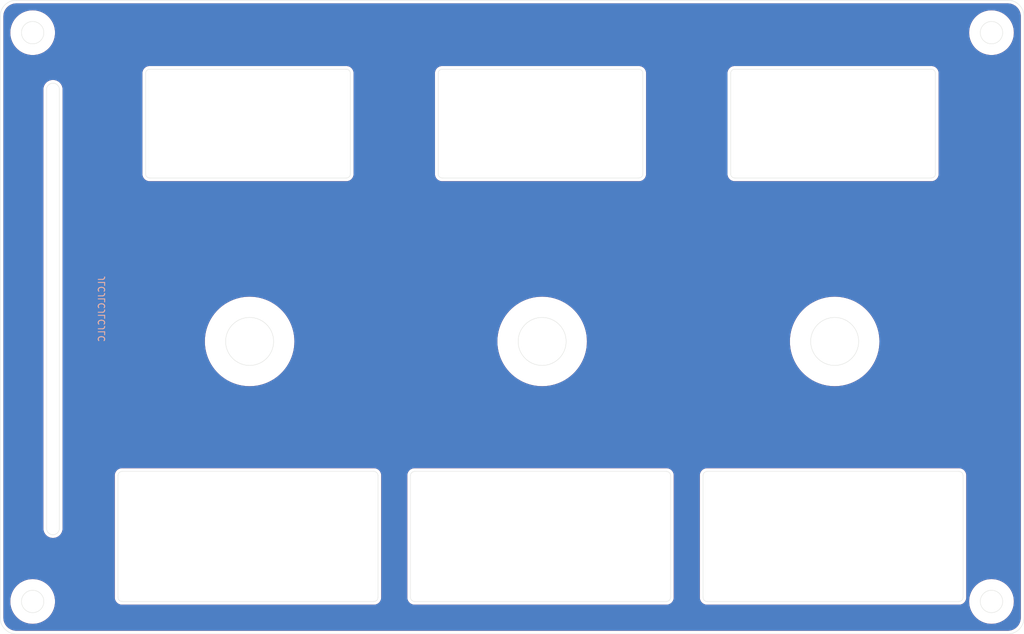
<source format=kicad_pcb>
(kicad_pcb
	(version 20240108)
	(generator "pcbnew")
	(generator_version "8.0")
	(general
		(thickness 1.6)
		(legacy_teardrops no)
	)
	(paper "A4")
	(layers
		(0 "F.Cu" signal)
		(31 "B.Cu" signal)
		(32 "B.Adhes" user "B.Adhesive")
		(33 "F.Adhes" user "F.Adhesive")
		(34 "B.Paste" user)
		(35 "F.Paste" user)
		(36 "B.SilkS" user "B.Silkscreen")
		(37 "F.SilkS" user "F.Silkscreen")
		(38 "B.Mask" user)
		(39 "F.Mask" user)
		(40 "Dwgs.User" user "User.Drawings")
		(41 "Cmts.User" user "User.Comments")
		(42 "Eco1.User" user "User.Eco1")
		(43 "Eco2.User" user "User.Eco2")
		(44 "Edge.Cuts" user)
		(45 "Margin" user)
		(46 "B.CrtYd" user "B.Courtyard")
		(47 "F.CrtYd" user "F.Courtyard")
		(48 "B.Fab" user)
		(49 "F.Fab" user)
		(50 "User.1" user)
		(51 "User.2" user)
		(52 "User.3" user)
		(53 "User.4" user)
		(54 "User.5" user)
		(55 "User.6" user)
		(56 "User.7" user)
		(57 "User.8" user)
		(58 "User.9" user)
	)
	(setup
		(pad_to_mask_clearance 0)
		(allow_soldermask_bridges_in_footprints no)
		(pcbplotparams
			(layerselection 0x00010fc_ffffffff)
			(plot_on_all_layers_selection 0x0000000_00000000)
			(disableapertmacros no)
			(usegerberextensions yes)
			(usegerberattributes no)
			(usegerberadvancedattributes no)
			(creategerberjobfile no)
			(dashed_line_dash_ratio 12.000000)
			(dashed_line_gap_ratio 3.000000)
			(svgprecision 4)
			(plotframeref no)
			(viasonmask no)
			(mode 1)
			(useauxorigin no)
			(hpglpennumber 1)
			(hpglpenspeed 20)
			(hpglpendiameter 15.000000)
			(pdf_front_fp_property_popups yes)
			(pdf_back_fp_property_popups yes)
			(dxfpolygonmode yes)
			(dxfimperialunits yes)
			(dxfusepcbnewfont yes)
			(psnegative no)
			(psa4output no)
			(plotreference yes)
			(plotvalue no)
			(plotfptext yes)
			(plotinvisibletext no)
			(sketchpadsonfab no)
			(subtractmaskfromsilk yes)
			(outputformat 1)
			(mirror no)
			(drillshape 0)
			(scaleselection 1)
			(outputdirectory "Gerbers/Front/")
		)
	)
	(net 0 "")
	(gr_line
		(start 88.9 139.065)
		(end 88.9 120.015)
		(stroke
			(width 0.05)
			(type default)
		)
		(layer "Edge.Cuts")
		(uuid "0600e700-072e-4ef2-9bab-dbad1dbdce4c")
	)
	(gr_line
		(start 83.185 139.7)
		(end 43.815 139.7)
		(stroke
			(width 0.05)
			(type default)
		)
		(layer "Edge.Cuts")
		(uuid "0dbe58ed-d3f1-4b5b-82da-86d80decf53d")
	)
	(gr_arc
		(start 170.94 72.88)
		(mid 170.754013 73.329013)
		(end 170.305 73.515)
		(stroke
			(width 0.05)
			(type default)
		)
		(layer "Edge.Cuts")
		(uuid "12ff0da9-6144-4279-a6d5-6f9b46dae2ef")
	)
	(gr_line
		(start 89.535 119.38)
		(end 128.905 119.38)
		(stroke
			(width 0.05)
			(type default)
		)
		(layer "Edge.Cuts")
		(uuid "148a1b41-3f56-4975-9625-5bef7b6f9148")
	)
	(gr_arc
		(start 170.305 56.515)
		(mid 170.754013 56.700987)
		(end 170.94 57.15)
		(stroke
			(width 0.05)
			(type default)
		)
		(layer "Edge.Cuts")
		(uuid "18cc491b-c2d0-4b8a-abe6-04d9a470744d")
	)
	(gr_arc
		(start 43.815 139.7)
		(mid 43.365987 139.514013)
		(end 43.18 139.065)
		(stroke
			(width 0.05)
			(type default)
		)
		(layer "Edge.Cuts")
		(uuid "1c4c016a-471f-4709-b224-ff780687a39c")
	)
	(gr_arc
		(start 134.62 120.015)
		(mid 134.805987 119.565987)
		(end 135.255 119.38)
		(stroke
			(width 0.05)
			(type default)
		)
		(layer "Edge.Cuts")
		(uuid "1dd96cbb-ba43-4d83-9fec-a7cd8d3a4666")
	)
	(gr_arc
		(start 93.855 73.515)
		(mid 93.405987 73.329013)
		(end 93.22 72.88)
		(stroke
			(width 0.05)
			(type default)
		)
		(layer "Edge.Cuts")
		(uuid "214afc38-4369-4ece-ace8-2bd64803f3f6")
	)
	(gr_line
		(start 170.305 73.515)
		(end 139.575 73.515)
		(stroke
			(width 0.05)
			(type default)
		)
		(layer "Edge.Cuts")
		(uuid "216394ed-e27a-4d5d-a5cf-6925495af7e7")
	)
	(gr_arc
		(start 32.02 59.69)
		(mid 33.02 58.69)
		(end 34.02 59.69)
		(stroke
			(width 0.05)
			(type default)
		)
		(layer "Edge.Cuts")
		(uuid "3033fdb9-52de-4b16-99c0-9e71fc81976a")
	)
	(gr_line
		(start 24.765 48.26)
		(end 24.765 142.24)
		(stroke
			(width 0.05)
			(type default)
		)
		(layer "Edge.Cuts")
		(uuid "3315dc0a-d964-498f-b3a1-034694667643")
	)
	(gr_arc
		(start 174.625 119.38)
		(mid 175.074013 119.565987)
		(end 175.26 120.015)
		(stroke
			(width 0.05)
			(type default)
		)
		(layer "Edge.Cuts")
		(uuid "3495a995-2731-4974-8a36-2b6a301be34d")
	)
	(gr_arc
		(start 48.135 73.515)
		(mid 47.685987 73.329013)
		(end 47.5 72.88)
		(stroke
			(width 0.05)
			(type default)
		)
		(layer "Edge.Cuts")
		(uuid "361d80a3-3066-4195-b545-e9601dadf503")
	)
	(gr_circle
		(center 155.194 99.06)
		(end 158.944 99.06)
		(stroke
			(width 0.05)
			(type default)
		)
		(fill none)
		(layer "Edge.Cuts")
		(uuid "395e7e1a-07b4-4207-90a4-37321e6f9f9b")
	)
	(gr_line
		(start 134.62 139.065)
		(end 134.62 120.015)
		(stroke
			(width 0.05)
			(type default)
		)
		(layer "Edge.Cuts")
		(uuid "3f7e040b-ce14-4afb-b951-0b5de95eed74")
	)
	(gr_circle
		(center 63.754 99.06)
		(end 67.504 99.06)
		(stroke
			(width 0.05)
			(type default)
		)
		(fill none)
		(layer "Edge.Cuts")
		(uuid "429438d5-7e88-44c0-96c4-11e01f08bb3e")
	)
	(gr_arc
		(start 138.94 57.15)
		(mid 139.125987 56.700987)
		(end 139.575 56.515)
		(stroke
			(width 0.05)
			(type default)
		)
		(layer "Edge.Cuts")
		(uuid "4417d0b7-fcc0-4c8f-91f2-d1e6074d8285")
	)
	(gr_arc
		(start 124.585 56.515)
		(mid 125.034013 56.700987)
		(end 125.22 57.15)
		(stroke
			(width 0.05)
			(type default)
		)
		(layer "Edge.Cuts")
		(uuid "4844d6c0-9fa4-4fed-8637-6a4822de918f")
	)
	(gr_line
		(start 47.5 72.88)
		(end 47.5 57.15)
		(stroke
			(width 0.05)
			(type default)
		)
		(layer "Edge.Cuts")
		(uuid "4bd6766a-667c-4608-8b25-b67876113d06")
	)
	(gr_arc
		(start 88.9 120.015)
		(mid 89.085987 119.565987)
		(end 89.535 119.38)
		(stroke
			(width 0.05)
			(type default)
		)
		(layer "Edge.Cuts")
		(uuid "4c9488e7-ff98-4225-b940-bb6484087985")
	)
	(gr_arc
		(start 34.02 128.27)
		(mid 33.02 129.27)
		(end 32.02 128.27)
		(stroke
			(width 0.05)
			(type default)
		)
		(layer "Edge.Cuts")
		(uuid "4f5c738a-1a0b-4c95-b30c-74a46025ba9a")
	)
	(gr_line
		(start 128.905 139.7)
		(end 89.535 139.7)
		(stroke
			(width 0.05)
			(type default)
		)
		(layer "Edge.Cuts")
		(uuid "54b22b58-a394-4aa5-a327-e3a38cf8a29b")
	)
	(gr_arc
		(start 93.22 57.15)
		(mid 93.405987 56.700987)
		(end 93.855 56.515)
		(stroke
			(width 0.05)
			(type default)
		)
		(layer "Edge.Cuts")
		(uuid "5853f191-0e84-44f3-9881-09c9a95a9252")
	)
	(gr_line
		(start 139.575 56.515)
		(end 170.305 56.515)
		(stroke
			(width 0.05)
			(type default)
		)
		(layer "Edge.Cuts")
		(uuid "593f9814-a141-473c-bc4a-3a81140ec009")
	)
	(gr_line
		(start 138.94 72.88)
		(end 138.94 57.15)
		(stroke
			(width 0.05)
			(type default)
		)
		(layer "Edge.Cuts")
		(uuid "5cf3bace-62ef-443a-8f48-714cd1081744")
	)
	(gr_line
		(start 135.255 119.38)
		(end 174.625 119.38)
		(stroke
			(width 0.05)
			(type default)
		)
		(layer "Edge.Cuts")
		(uuid "5fca6c4e-5266-4d6d-987c-65cd8e12411e")
	)
	(gr_arc
		(start 182.245 45.72)
		(mid 184.041051 46.463949)
		(end 184.785 48.26)
		(stroke
			(width 0.05)
			(type default)
		)
		(layer "Edge.Cuts")
		(uuid "60ecb961-f86b-4604-a4ee-ca6ffe5e271b")
	)
	(gr_line
		(start 175.26 120.015)
		(end 175.26 139.065)
		(stroke
			(width 0.05)
			(type default)
		)
		(layer "Edge.Cuts")
		(uuid "61fc7ad9-1c41-46bd-bd22-fc789e6beb00")
	)
	(gr_arc
		(start 128.905 119.38)
		(mid 129.354013 119.565987)
		(end 129.54 120.015)
		(stroke
			(width 0.05)
			(type default)
		)
		(layer "Edge.Cuts")
		(uuid "65473c85-e719-44ca-974a-8181eaa949f5")
	)
	(gr_line
		(start 43.815 119.38)
		(end 83.185 119.38)
		(stroke
			(width 0.05)
			(type default)
		)
		(layer "Edge.Cuts")
		(uuid "670b6196-5c0c-4b51-a859-efeb49b03aaf")
	)
	(gr_line
		(start 83.82 120.015)
		(end 83.82 139.065)
		(stroke
			(width 0.05)
			(type default)
		)
		(layer "Edge.Cuts")
		(uuid "69f340cc-9a96-4034-8362-a9a5505926a9")
	)
	(gr_arc
		(start 43.18 120.015)
		(mid 43.365987 119.565987)
		(end 43.815 119.38)
		(stroke
			(width 0.05)
			(type default)
		)
		(layer "Edge.Cuts")
		(uuid "6bc57912-5c30-4812-a18d-a81f74157433")
	)
	(gr_line
		(start 43.18 139.065)
		(end 43.18 120.015)
		(stroke
			(width 0.05)
			(type default)
		)
		(layer "Edge.Cuts")
		(uuid "6c713506-3995-45d8-881e-8237bb856990")
	)
	(gr_arc
		(start 129.54 139.065)
		(mid 129.354013 139.514013)
		(end 128.905 139.7)
		(stroke
			(width 0.05)
			(type default)
		)
		(layer "Edge.Cuts")
		(uuid "6da3a87e-f2c3-47b5-8fa9-5863b715e82a")
	)
	(gr_arc
		(start 78.865 56.515)
		(mid 79.314013 56.700987)
		(end 79.5 57.15)
		(stroke
			(width 0.05)
			(type default)
		)
		(layer "Edge.Cuts")
		(uuid "79e376dd-ed00-4e23-84a2-79e078709476")
	)
	(gr_circle
		(center 29.845 139.7)
		(end 31.595 139.7)
		(stroke
			(width 0.05)
			(type default)
		)
		(fill none)
		(layer "Edge.Cuts")
		(uuid "7d87fd1c-2cff-4514-8214-52956c390155")
	)
	(gr_line
		(start 125.22 57.15)
		(end 125.22 72.88)
		(stroke
			(width 0.05)
			(type default)
		)
		(layer "Edge.Cuts")
		(uuid "8367aa3e-0657-406f-b131-d3910d5c8a70")
	)
	(gr_line
		(start 184.785 142.24)
		(end 184.785 48.26)
		(stroke
			(width 0.05)
			(type default)
		)
		(layer "Edge.Cuts")
		(uuid "8482ee32-7650-426d-81cd-5eef65b7fc1b")
	)
	(gr_arc
		(start 24.765 48.26)
		(mid 25.508949 46.463949)
		(end 27.305 45.72)
		(stroke
			(width 0.05)
			(type default)
		)
		(layer "Edge.Cuts")
		(uuid "8883c6b2-4de6-4a02-9b82-6fe1495da2b9")
	)
	(gr_arc
		(start 79.5 72.88)
		(mid 79.314013 73.329013)
		(end 78.865 73.515)
		(stroke
			(width 0.05)
			(type default)
		)
		(layer "Edge.Cuts")
		(uuid "96b11e91-49f6-4e42-9981-cd0acfb94bfb")
	)
	(gr_arc
		(start 89.535 139.7)
		(mid 89.085987 139.514013)
		(end 88.9 139.065)
		(stroke
			(width 0.05)
			(type default)
		)
		(layer "Edge.Cuts")
		(uuid "97338230-a4ae-4e6c-8bbc-7fa7c7d1c2d2")
	)
	(gr_line
		(start 32.02 128.27)
		(end 32.02 59.69)
		(stroke
			(width 0.05)
			(type default)
		)
		(layer "Edge.Cuts")
		(uuid "a0e475b5-45d7-433d-8684-d554d941f815")
	)
	(gr_arc
		(start 27.305 144.78)
		(mid 25.508949 144.036051)
		(end 24.765 142.24)
		(stroke
			(width 0.05)
			(type default)
		)
		(layer "Edge.Cuts")
		(uuid "a22d3b51-3f0a-423f-b1f6-eade426f8e97")
	)
	(gr_arc
		(start 184.785 142.24)
		(mid 184.041051 144.036051)
		(end 182.245 144.78)
		(stroke
			(width 0.05)
			(type default)
		)
		(layer "Edge.Cuts")
		(uuid "a4f835ed-8e11-481f-aa6b-5d1e18084b88")
	)
	(gr_line
		(start 174.625 139.7)
		(end 135.255 139.7)
		(stroke
			(width 0.05)
			(type default)
		)
		(layer "Edge.Cuts")
		(uuid "b6df0f15-60c2-4640-9e7b-e6e21b366625")
	)
	(gr_arc
		(start 83.82 139.065)
		(mid 83.634013 139.514013)
		(end 83.185 139.7)
		(stroke
			(width 0.05)
			(type default)
		)
		(layer "Edge.Cuts")
		(uuid "b802de78-f762-4175-8419-3e55bdd62fb5")
	)
	(gr_arc
		(start 135.255 139.7)
		(mid 134.805987 139.514013)
		(end 134.62 139.065)
		(stroke
			(width 0.05)
			(type default)
		)
		(layer "Edge.Cuts")
		(uuid "be612ff8-c129-4a0b-bf12-e03f3d61b449")
	)
	(gr_line
		(start 170.94 57.15)
		(end 170.94 72.88)
		(stroke
			(width 0.05)
			(type default)
		)
		(layer "Edge.Cuts")
		(uuid "bfaeae31-d3ba-4330-9287-f1e7dc015d90")
	)
	(gr_circle
		(center 109.474 99.06)
		(end 113.224 99.06)
		(stroke
			(width 0.05)
			(type default)
		)
		(fill none)
		(layer "Edge.Cuts")
		(uuid "c0cabb64-81cc-4411-887c-afaa7f0929ef")
	)
	(gr_line
		(start 93.22 72.88)
		(end 93.22 57.15)
		(stroke
			(width 0.05)
			(type default)
		)
		(layer "Edge.Cuts")
		(uuid "c800bf06-058b-4e3d-b635-bd3496e970a2")
	)
	(gr_arc
		(start 83.185 119.38)
		(mid 83.634013 119.565987)
		(end 83.82 120.015)
		(stroke
			(width 0.05)
			(type default)
		)
		(layer "Edge.Cuts")
		(uuid "c859c9c0-1191-4962-9886-bfb5696f7bf8")
	)
	(gr_line
		(start 27.305 144.78)
		(end 182.245 144.78)
		(stroke
			(width 0.05)
			(type default)
		)
		(layer "Edge.Cuts")
		(uuid "cbeb7f39-bcf7-4b03-8a3d-c857399dce02")
	)
	(gr_line
		(start 182.245 45.72)
		(end 27.305 45.72)
		(stroke
			(width 0.05)
			(type default)
		)
		(layer "Edge.Cuts")
		(uuid "cc86db1b-4712-4c98-8fea-986da72537aa")
	)
	(gr_arc
		(start 47.5 57.15)
		(mid 47.685987 56.700987)
		(end 48.135 56.515)
		(stroke
			(width 0.05)
			(type default)
		)
		(layer "Edge.Cuts")
		(uuid "cd86a4e6-92e4-4840-9d9a-d72ab4e897e8")
	)
	(gr_line
		(start 93.855 56.515)
		(end 124.585 56.515)
		(stroke
			(width 0.05)
			(type default)
		)
		(layer "Edge.Cuts")
		(uuid "d224889d-bd25-4384-a6f2-c3012a29051d")
	)
	(gr_line
		(start 48.135 56.515)
		(end 78.865 56.515)
		(stroke
			(width 0.05)
			(type default)
		)
		(layer "Edge.Cuts")
		(uuid "dae29708-8d9d-407f-a7a1-37cbcd233378")
	)
	(gr_arc
		(start 175.26 139.065)
		(mid 175.074013 139.514013)
		(end 174.625 139.7)
		(stroke
			(width 0.05)
			(type default)
		)
		(layer "Edge.Cuts")
		(uuid "e0e45bd2-16bc-41c6-a5ab-89f4ba1ea295")
	)
	(gr_circle
		(center 179.705 50.8)
		(end 181.455 50.8)
		(stroke
			(width 0.05)
			(type default)
		)
		(fill none)
		(layer "Edge.Cuts")
		(uuid "e210c3ca-89fb-49b6-b6b3-9e6850115fb7")
	)
	(gr_line
		(start 124.585 73.515)
		(end 93.855 73.515)
		(stroke
			(width 0.05)
			(type default)
		)
		(layer "Edge.Cuts")
		(uuid "e246a3a7-d46e-45a1-9887-0a7907b946fb")
	)
	(gr_line
		(start 129.54 120.015)
		(end 129.54 139.065)
		(stroke
			(width 0.05)
			(type default)
		)
		(layer "Edge.Cuts")
		(uuid "e26523b2-710f-4c69-8f88-76aa19f4dc53")
	)
	(gr_circle
		(center 179.705 139.7)
		(end 181.455 139.7)
		(stroke
			(width 0.05)
			(type default)
		)
		(fill none)
		(layer "Edge.Cuts")
		(uuid "e6a17c9e-751f-403e-8b36-9e288fdfb1db")
	)
	(gr_arc
		(start 125.22 72.88)
		(mid 125.034013 73.329013)
		(end 124.585 73.515)
		(stroke
			(width 0.05)
			(type default)
		)
		(layer "Edge.Cuts")
		(uuid "e7bf4e0a-8125-4cda-b70e-aca464951000")
	)
	(gr_arc
		(start 139.575 73.515)
		(mid 139.125987 73.329013)
		(end 138.94 72.88)
		(stroke
			(width 0.05)
			(type default)
		)
		(layer "Edge.Cuts")
		(uuid "ee034d7f-d839-4447-8e8d-b7580036a656")
	)
	(gr_line
		(start 78.865 73.515)
		(end 48.135 73.515)
		(stroke
			(width 0.05)
			(type default)
		)
		(layer "Edge.Cuts")
		(uuid "f3cdd1d3-33a8-4518-afcd-f0aaecc3ab53")
	)
	(gr_line
		(start 79.5 57.15)
		(end 79.5 72.88)
		(stroke
			(width 0.05)
			(type default)
		)
		(layer "Edge.Cuts")
		(uuid "f5db002e-914f-4058-8aed-99c6da2427ec")
	)
	(gr_circle
		(center 29.845 50.8)
		(end 31.595 50.8)
		(stroke
			(width 0.05)
			(type default)
		)
		(fill none)
		(layer "Edge.Cuts")
		(uuid "f8d605bd-5bb2-4e3d-a465-c4efe212a403")
	)
	(gr_line
		(start 34.02 59.69)
		(end 34.02 128.27)
		(stroke
			(width 0.05)
			(type default)
		)
		(layer "Edge.Cuts")
		(uuid "ffda5bef-50c7-4504-bac3-632fc279d673")
	)
	(gr_circle
		(center 109.47 99.06)
		(end 125.47 99.06)
		(stroke
			(width 0.1)
			(type default)
		)
		(fill none)
		(layer "User.1")
		(uuid "26bbe281-4614-42f8-a0f3-87a34524f9d7")
	)
	(gr_circle
		(center 155.19 99.06)
		(end 171.19 99.06)
		(stroke
			(width 0.1)
			(type default)
		)
		(fill none)
		(layer "User.1")
		(uuid "d94c9476-68d0-4edd-bcb8-f564e9b15c8c")
	)
	(gr_circle
		(center 63.75 99.06)
		(end 79.75 99.06)
		(stroke
			(width 0.1)
			(type default)
		)
		(fill none)
		(layer "User.1")
		(uuid "f423abb0-3f79-43f4-8b40-822da10128a4")
	)
	(gr_text "JLCJLCJLCJLC"
		(at 40.64 93.98 90)
		(layer "B.SilkS")
		(uuid "4835fd64-324e-4668-a6d5-3df0d34ffbad")
		(effects
			(font
				(size 1 1)
				(thickness 0.153)
			)
			(justify mirror)
		)
	)
	(zone
		(net 0)
		(net_name "")
		(layer "F.Cu")
		(uuid "01936f43-5e6d-44d6-8f72-7759b6d9da68")
		(hatch edge 0.5)
		(connect_pads
			(clearance 0)
		)
		(min_thickness 0.25)
		(filled_areas_thickness no)
		(keepout
			(tracks allowed)
			(vias allowed)
			(pads allowed)
			(copperpour not_allowed)
			(footprints allowed)
		)
		(fill
			(thermal_gap 0.5)
			(thermal_bridge_width 0.5)
		)
		(polygon
			(pts
				(xy 168.840928 49.706476) (xy 169.004831 49.730312) (xy 169.150907 49.772026) (xy 169.298799 49.843288)
				(xy 169.422429 49.938882) (xy 169.438109 49.954525) (xy 169.534611 50.077994) (xy 169.60741 50.226568)
				(xy 169.650944 50.373898) (xy 169.677065 50.539672) (xy 169.68553 50.691906) (xy 169.685772 50.72389)
				(xy 169.685772 52.045) (xy 169.306218 52.045) (xy 169.306218 51.669842) (xy 169.218863 51.79392)
				(xy 169.108227 51.90495) (xy 168.982352 51.989312) (xy 168.839145 52.047716) (xy 168.691226 52.079773)
				(xy 168.54366 52.091493) (xy 168.50901 52.091894) (xy 168.360797 52.082497) (xy 168.208412 52.048746)
				(xy 168.058656 51.981435) (xy 167.944809 51.895523) (xy 167.843862 51.774103) (xy 167.775952 51.631586)
				(xy 167.743323 51.487193) (xy 167.735981 51.367958) (xy 167.738896 51.330589) (xy 167.748428 51.20842)
				(xy 167.793136 51.048331) (xy 167.870359 50.911963) (xy 167.980096 50.799317) (xy 167.9961 50.786905)
				(xy 168.122494 50.710674) (xy 168.273432 50.653167) (xy 168.422341 50.618778) (xy 168.589283 50.598144)
				(xy 168.742176 50.591457) (xy 168.774257 50.591266) (xy 169.306218 50.591266) (xy 169.306218 50.556095)
				(xy 169.289403 50.409721) (xy 169.232062 50.274496) (xy 169.134027 50.166284) (xy 168.999281 50.087856)
				(xy 168.848385 50.044808) (xy 168.689453 50.029069) (xy 168.651159 50.028531) (xy 168.504224 50.035125)
				(xy 168.3483 50.057153) (xy 168.265744 50.075425) (xy 168.115755 50.121267) (xy 167.970603 50.182587)
				(xy 167.905241 50.216109) (xy 167.905241 49.887847) (xy 168.046835 49.828908) (xy 168.185484 49.781051)
				(xy 168.308975 49.747163) (xy 168.454364 49.718586) (xy 168.608846 49.702512) (xy 168.690726 49.700268)
			)
		)
		(polygon
			(pts
				(xy 168.13669 51.478978) (xy 168.209218 51.608488) (xy 168.247425 51.647128) (xy 168.382345 51.726769)
				(xy 168.527013 51.759536) (xy 168.609393 51.763632) (xy 168.759465 51.749847) (xy 168.909575 51.701386)
				(xy 169.039863 51.618033) (xy 169.115709 51.54308) (xy 169.207801 51.407486) (xy 169.264358 51.267592)
				(xy 169.297102 51.109472) (xy 169.306218 50.956165) (xy 169.306218 50.872634) (xy 168.928863 50.872634)
				(xy 168.766498 50.876292) (xy 168.602141 50.889806) (xy 168.447364 50.917443) (xy 168.30348 50.97028)
				(xy 168.292122 50.976681) (xy 168.177314 51.084931) (xy 168.123287 51.228002) (xy 168.114802 51.330589)
			)
		)
	)
	(zone
		(net 0)
		(net_name "")
		(layer "F.Cu")
		(uuid "07223b70-b053-4908-baa9-dbda5904cd1e")
		(hatch edge 0.5)
		(connect_pads
			(clearance 0)
		)
		(min_thickness 0.25)
		(filled_areas_thickness no)
		(keepout
			(tracks allowed)
			(vias allowed)
			(pads allowed)
			(copperpour not_allowed)
			(footprints allowed)
		)
		(fill
			(thermal_gap 0.5)
			(thermal_bridge_width 0.5)
		)
		(polygon
			(pts
				(xy 153.469756 48.949954) (xy 154.254508 51.044092) (xy 155.04439 48.949954) (xy 155.664278 48.949954)
				(xy 155.664278 52.045) (xy 155.258347 52.045) (xy 155.258347 49.325111) (xy 154.464802 51.435369)
				(xy 154.046414 51.435369) (xy 153.253601 49.325111) (xy 153.253601 52.045) (xy 152.849135 52.045)
				(xy 152.849135 48.949954)
			)
		)
	)
	(zone
		(net 0)
		(net_name "")
		(layer "F.Cu")
		(uuid "747ab659-4835-4892-9ed4-513c8648ac24")
		(hatch edge 0.5)
		(connect_pads
			(clearance 0)
		)
		(min_thickness 0.25)
		(filled_areas_thickness no)
		(keepout
			(tracks allowed)
			(vias allowed)
			(pads allowed)
			(copperpour not_allowed)
			(footprints allowed)
		)
		(fill
			(thermal_gap 0.5)
			(thermal_bridge_width 0.5)
		)
		(polygon
			(pts
				(xy 162.565116 49.700268) (xy 162.670628 49.700268) (xy 162.672827 50.075425) (xy 162.533608 50.040254)
				(xy 162.384781 50.028634) (xy 162.368012 50.028531) (xy 162.21652 50.04172) (xy 162.068426 50.088088)
				(xy 161.943979 50.167841) (xy 161.874153 50.239556) (xy 161.790916 50.372806) (xy 161.739796 50.515677)
				(xy 161.710201 50.681537) (xy 161.701961 50.845523) (xy 161.701961 52.045) (xy 161.320943 52.045)
				(xy 161.320943 49.747163) (xy 161.701961 49.747163) (xy 161.701961 50.12232) (xy 161.783621 49.99933)
				(xy 161.889644 49.888836) (xy 162.012638 49.804316) (xy 162.154405 49.745078) (xy 162.300264 49.712563)
				(xy 162.462294 49.70037) (xy 162.479386 49.700268)
			)
		)
	)
	(zone
		(net 0)
		(net_name "")
		(layer "F.Cu")
		(uuid "7c343aaf-2331-4276-87fa-1bab69ccfd81")
		(hatch edge 0.5)
		(connect_pads
			(clearance 0)
		)
		(min_thickness 0.25)
		(filled_areas_thickness no)
		(keepout
			(tracks allowed)
			(vias allowed)
			(pads allowed)
			(copperpour not_allowed)
			(footprints allowed)
		)
		(fill
			(thermal_gap 0.5)
			(thermal_bridge_width 0.5)
		)
		(polygon
			(pts
				(xy 172.351438 52.045) (xy 171.972617 52.045) (xy 171.972617 51.669842) (xy 171.891817 51.792832)
				(xy 171.788721 51.903327) (xy 171.670733 51.987847) (xy 171.536641 52.047085) (xy 171.385232 52.081733)
				(xy 171.232562 52.091894) (xy 171.081127 52.080328) (xy 170.918258 52.037597) (xy 170.770256 51.96338)
				(xy 170.637119 51.857678) (xy 170.551124 51.762899) (xy 170.461977 51.631961) (xy 170.391275 51.486443)
				(xy 170.339016 51.326344) (xy 170.309557 51.181792) (xy 170.292906 51.027114) (xy 170.288807 50.896081)
				(xy 170.295211 50.733321) (xy 170.314424 50.580722) (xy 170.354386 50.411015) (xy 170.412793 50.25594)
				(xy 170.489643 50.115496) (xy 170.551124 50.029996) (xy 170.655229 49.91794) (xy 170.790489 49.81651)
				(xy 170.940615 49.746636) (xy 171.105608 49.708318) (xy 171.232562 49.700268) (xy 171.385232 49.710429)
				(xy 171.536641 49.745078) (xy 171.670733 49.804316) (xy 171.798709 49.897807) (xy 171.900451 50.010663)
				(xy 171.972617 50.12232) (xy 171.972617 48.856165) (xy 172.351438 48.856165)
			)
		)
		(polygon
			(pts
				(xy 170.688324 51.065296) (xy 170.713043 51.217752) (xy 170.761471 51.371465) (xy 170.831424 51.503287)
				(xy 170.852275 51.532822) (xy 170.959334 51.644395) (xy 171.086794 51.719453) (xy 171.234657 51.757997)
				(xy 171.325618 51.763632) (xy 171.484519 51.745374) (xy 171.623249 51.690602) (xy 171.741809 51.599315)
				(xy 171.798961 51.532822) (xy 171.874935 51.406472) (xy 171.929203 51.258232) (xy 171.958881 51.110565)
				(xy 171.971939 50.946139) (xy 171.972617 50.896081) (xy 171.964308 50.726866) (xy 171.939378 50.57441)
				(xy 171.890537 50.420698) (xy 171.819989 50.288875) (xy 171.798961 50.25934) (xy 171.691606 50.147767)
				(xy 171.564081 50.072709) (xy 171.416386 50.034166) (xy 171.325618 50.028531) (xy 171.166421 50.046788)
				(xy 171.027626 50.10156) (xy 170.909234 50.192847) (xy 170.852275 50.25934) (xy 170.776942 50.38569)
				(xy 170.723132 50.53393) (xy 170.693705 50.681597) (xy 170.680757 50.846024) (xy 170.680084 50.896081)
			)
		)
	)
	(zone
		(net 0)
		(net_name "")
		(layer "F.Cu")
		(uuid "81c51517-47ea-4037-98fa-6c65649e252b")
		(hatch edge 0.5)
		(connect_pads
			(clearance 0)
		)
		(min_thickness 0.25)
		(filled_areas_thickness no)
		(keepout
			(tracks allowed)
			(vias allowed)
			(pads allowed)
			(copperpour not_allowed)
			(footprints allowed)
		)
		(fill
			(thermal_gap 0.5)
			(thermal_bridge_width 0.5)
		)
		(polygon
			(pts
				(xy 157.416225 49.706476) (xy 157.580127 49.730312) (xy 157.726203 49.772026) (xy 157.874096 49.843288)
				(xy 157.997725 49.938882) (xy 158.013406 49.954525) (xy 158.109907 50.077994) (xy 158.182706 50.226568)
				(xy 158.226241 50.373898) (xy 158.252361 50.539672) (xy 158.260826 50.691906) (xy 158.261068 50.72389)
				(xy 158.261068 52.045) (xy 157.881515 52.045) (xy 157.881515 51.669842) (xy 157.79416 51.79392)
				(xy 157.683523 51.90495) (xy 157.557649 51.989312) (xy 157.414442 52.047716) (xy 157.266522 52.079773)
				(xy 157.118956 52.091493) (xy 157.084306 52.091894) (xy 156.936093 52.082497) (xy 156.783709 52.048746)
				(xy 156.633953 51.981435) (xy 156.520105 51.895523) (xy 156.419158 51.774103) (xy 156.351248 51.631586)
				(xy 156.318619 51.487193) (xy 156.311277 51.367958) (xy 156.314193 51.330589) (xy 156.323725 51.20842)
				(xy 156.368432 51.048331) (xy 156.445655 50.911963) (xy 156.555393 50.799317) (xy 156.571396 50.786905)
				(xy 156.69779 50.710674) (xy 156.848728 50.653167) (xy 156.997638 50.618778) (xy 157.16458 50.598144)
				(xy 157.317473 50.591457) (xy 157.349554 50.591266) (xy 157.881515 50.591266) (xy 157.881515 50.556095)
				(xy 157.864699 50.409721) (xy 157.807358 50.274496) (xy 157.709324 50.166284) (xy 157.574578 50.087856)
				(xy 157.423682 50.044808) (xy 157.264749 50.029069) (xy 157.226455 50.028531) (xy 157.07952 50.035125)
				(xy 156.923597 50.057153) (xy 156.84104 50.075425) (xy 156.691051 50.121267) (xy 156.545899 50.182587)
				(xy 156.480538 50.216109) (xy 156.480538 49.887847) (xy 156.622131 49.828908) (xy 156.760781 49.781051)
				(xy 156.884271 49.747163) (xy 157.029661 49.718586) (xy 157.184143 49.702512) (xy 157.266023 49.700268)
			)
		)
		(polygon
			(pts
				(xy 156.711986 51.478978) (xy 156.784515 51.608488) (xy 156.822722 51.647128) (xy 156.957641 51.726769)
				(xy 157.102309 51.759536) (xy 157.18469 51.763632) (xy 157.334762 51.749847) (xy 157.484872 51.701386)
				(xy 157.615159 51.618033) (xy 157.691005 51.54308) (xy 157.783097 51.407486) (xy 157.839655 51.267592)
				(xy 157.872399 51.109472) (xy 157.881515 50.956165) (xy 157.881515 50.872634) (xy 157.50416 50.872634)
				(xy 157.341794 50.876292) (xy 157.177438 50.889806) (xy 157.02266 50.917443) (xy 156.878776 50.97028)
				(xy 156.867418 50.976681) (xy 156.75261 51.084931) (xy 156.698583 51.228002) (xy 156.690098 51.330589)
			)
		)
	)
	(zone
		(net 0)
		(net_name "")
		(layer "F.Cu")
		(uuid "8d7f981a-3939-49f7-a41b-7e311d53a036")
		(hatch edge 0.5)
		(connect_pads
			(clearance 0)
		)
		(min_thickness 0.25)
		(filled_areas_thickness no)
		(keepout
			(tracks allowed)
			(vias allowed)
			(pads allowed)
			(copperpour not_allowed)
			(footprints allowed)
		)
		(fill
			(thermal_gap 0.5)
			(thermal_bridge_width 0.5)
		)
		(polygon
			(pts
				(xy 160.176295 49.707) (xy 160.324478 49.727196) (xy 160.366197 49.735439) (xy 160.510413 49.772946)
				(xy 160.650702 49.823916) (xy 160.690063 49.840952) (xy 160.690063 50.216109) (xy 160.559442 50.147645)
				(xy 160.418231 50.091225) (xy 160.367663 50.075425) (xy 160.215206 50.041765) (xy 160.061462 50.028714)
				(xy 160.040866 50.028531) (xy 159.887188 50.039435) (xy 159.730877 50.078602) (xy 159.595173 50.146253)
				(xy 159.480077 50.242389) (xy 159.467139 50.256409) (xy 159.378021 50.381843) (xy 159.314365 50.530266)
				(xy 159.279554 50.678995) (xy 159.264236 50.845325) (xy 159.263441 50.896081) (xy 159.270602 51.044038)
				(xy 159.297059 51.20031) (xy 159.351166 51.357355) (xy 159.430736 51.491409) (xy 159.467139 51.535753)
				(xy 159.579659 51.63545) (xy 159.712787 51.706662) (xy 159.866522 51.749389) (xy 160.017946 51.763409)
				(xy 160.040866 51.763632) (xy 160.194782 51.753328) (xy 160.34741 51.722416) (xy 160.367663 51.716737)
				(xy 160.509074 51.666728) (xy 160.649923 51.598768) (xy 160.690063 51.576053) (xy 160.690063 51.904316)
				(xy 160.55906 51.97278) (xy 160.413923 52.0292) (xy 160.361068 52.045) (xy 160.208257 52.077056)
				(xy 160.059077 52.090749) (xy 159.999833 52.091894) (xy 159.842042 52.084005) (xy 159.694735 52.060338)
				(xy 159.531803 52.011111) (xy 159.383966 51.939163) (xy 159.251225 51.844495) (xy 159.171117 51.768761)
				(xy 159.06678 51.639403) (xy 158.984031 51.494228) (xy 158.922868 51.333237) (xy 158.888389 51.186995)
				(xy 158.868901 51.02977) (xy 158.864104 50.896081) (xy 158.871671 50.727854) (xy 158.894372 50.571219)
				(xy 158.932207 50.426176) (xy 158.997586 50.267426) (xy 159.084757 50.125368) (xy 159.174048 50.019738)
				(xy 159.298615 49.911168) (xy 159.439307 49.825061) (xy 159.596125 49.761417) (xy 159.739125 49.725539)
				(xy 159.893324 49.70526) (xy 160.024746 49.700268)
			)
		)
	)
	(zone
		(net 0)
		(net_name "")
		(layer "F.Cu")
		(uuid "af0f19b4-f254-4f55-921c-1adc03018230")
		(hatch edge 0.5)
		(connect_pads
			(clearance 0)
		)
		(min_thickness 0.25)
		(filled_areas_thickness no)
		(keepout
			(tracks allowed)
			(vias allowed)
			(pads allowed)
			(copperpour not_allowed)
			(footprints allowed)
		)
		(fill
			(thermal_gap 0.5)
			(thermal_bridge_width 0.5)
		)
		(polygon
			(pts
				(xy 164.011417 49.708014) (xy 164.176968 49.737758) (xy 164.327578 49.789811) (xy 164.463247 49.864171)
				(xy 164.583976 49.96084) (xy 164.638737 50.01754) (xy 164.734856 50.145094) (xy 164.811089 50.289806)
				(xy 164.867435 50.451673) (xy 164.899198 50.599667) (xy 164.917151 50.759576) (xy 164.921571 50.896081)
				(xy 164.914665 51.064924) (xy 164.89395 51.222031) (xy 164.859425 51.367403) (xy 164.799764 51.526359)
				(xy 164.720218 51.668417) (xy 164.638737 51.77389) (xy 164.525479 51.881962) (xy 164.39728 51.967674)
				(xy 164.254141 52.031026) (xy 164.09606 52.072019) (xy 163.923039 52.090652) (xy 163.862045 52.091894)
				(xy 163.712269 52.08413) (xy 163.546374 52.054317) (xy 163.395575 52.002145) (xy 163.259872 51.927613)
				(xy 163.139263 51.830721) (xy 163.08462 51.77389) (xy 162.988999 51.645914) (xy 162.913162 51.50104)
				(xy 162.857108 51.339267) (xy 162.825509 51.191548) (xy 162.807649 51.032094) (xy 162.803252 50.896081)
				(xy 162.810122 50.726641) (xy 162.83073 50.569115) (xy 162.865076 50.423503) (xy 162.924427 50.264496)
				(xy 163.003562 50.122644) (xy 163.08462 50.01754) (xy 163.197681 49.909717) (xy 163.325837 49.824202)
				(xy 163.469088 49.760996) (xy 163.627435 49.720098) (xy 163.800877 49.701508) (xy 163.862045 49.700268)
			)
		)
		(polygon
			(pts
				(xy 163.211004 51.06451) (xy 163.236249 51.21653) (xy 163.285708 51.370174) (xy 163.357149 51.502385)
				(xy 163.378444 51.53209) (xy 163.488092 51.644017) (xy 163.618373 51.719313) (xy 163.769288 51.757979)
				(xy 163.862045 51.763632) (xy 164.02271 51.7452) (xy 164.163437 51.689907) (xy 164.284226 51.59775)
				(xy 164.342715 51.530624) (xy 164.420293 51.403587) (xy 164.475705 51.255484) (xy 164.506009 51.108614)
				(xy 164.519343 50.945615) (xy 164.520035 50.896081) (xy 164.51155 50.729295) (xy 164.486095 50.578357)
				(xy 164.436224 50.425263) (xy 164.364187 50.292868) (xy 164.342715 50.263004) (xy 164.233003 50.14966)
				(xy 164.103353 50.07341) (xy 163.953765 50.034255) (xy 163.862045 50.028531) (xy 163.700672 50.046904)
				(xy 163.559468 50.102024) (xy 163.438435 50.19389) (xy 163.37991 50.260806) (xy 163.302332 50.387339)
				(xy 163.246919 50.535396) (xy 163.216616 50.682602) (xy 163.203282 50.846287) (xy 163.202589 50.896081)
			)
		)
	)
	(zone
		(net 0)
		(net_name "")
		(layer "F.Cu")
		(uuid "bb957a64-2d25-4916-94e0-d33a5a6ffa66")
		(hatch edge 0.5)
		(connect_pads
			(clearance 0)
		)
		(min_thickness 0.25)
		(filled_areas_thickness no)
		(keepout
			(tracks allowed)
			(vias allowed)
			(pads allowed)
			(copperpour not_allowed)
			(footprints allowed)
		)
		(fill
			(thermal_gap 0.5)
			(thermal_bridge_width 0.5)
		)
		(polygon
			(pts
				(xy 166.647294 48.955625) (xy 166.817585 48.977401) (xy 166.970101 49.015508) (xy 167.125572 49.080609)
				(xy 167.25685 49.167939) (xy 167.273629 49.182229) (xy 167.376983 49.294228) (xy 167.454951 49.426983)
				(xy 167.507534 49.580496) (xy 167.532401 49.728598) (xy 167.538877 49.863667) (xy 167.529552 50.025448)
				(xy 167.501576 50.171722) (xy 167.445367 50.322775) (xy 167.363772 50.45272) (xy 167.273629 50.547302)
				(xy 167.145807 50.637522) (xy 166.993793 50.705583) (xy 166.844239 50.746284) (xy 166.676911 50.770704)
				(xy 166.523893 50.778618) (xy 166.491808 50.778845) (xy 165.967907 50.778845) (xy 165.967907 52.045)
				(xy 165.551717 52.045) (xy 165.551717 49.278217) (xy 165.551717 48.949954) (xy 166.491808 48.949954)
			)
		)
		(polygon
			(pts
				(xy 165.967907 50.450582) (xy 166.491808 50.450582) (xy 166.644945 50.438527) (xy 166.790488 50.396853)
				(xy 166.920669 50.31663) (xy 166.94097 50.298175) (xy 167.031496 50.178069) (xy 167.084445 50.027314)
				(xy 167.099817 49.881171) (xy 167.099973 49.863667) (xy 167.087395 49.715952) (xy 167.043918 49.575618)
				(xy 166.960225 49.450176) (xy 166.94097 49.430624) (xy 166.816489 49.343853) (xy 166.676126 49.296226)
				(xy 166.527651 49.278812) (xy 166.491808 49.278217) (xy 165.967907 49.278217)
			)
		)
	)
	(zone
		(net 0)
		(net_name "")
		(layer "F.Cu")
		(uuid "ff83e543-4dbc-4040-bf1e-f53a2e0edf3f")
		(hatch edge 0.5)
		(connect_pads
			(clearance 0)
		)
		(min_thickness 0.25)
		(filled_areas_thickness no)
		(keepout
			(tracks allowed)
			(vias allowed)
			(pads allowed)
			(copperpour not_allowed)
			(footprints allowed)
		)
		(fill
			(thermal_gap 0.5)
			(thermal_bridge_width 0.5)
		)
		(polygon
			(pts
				(xy 143.51 53.34) (xy 172.72 53.34) (xy 172.72 53.54) (xy 143.51 53.54)
			)
		)
	)
	(zone
		(net 0)
		(net_name "")
		(layers "F&B.Cu")
		(uuid "3b97acce-0b06-4157-bb48-e43d2d50e9c6")
		(hatch edge 0.5)
		(connect_pads
			(clearance 0)
		)
		(min_thickness 0.25)
		(filled_areas_thickness no)
		(keepout
			(tracks allowed)
			(vias allowed)
			(pads allowed)
			(copperpour not_allowed)
			(footprints allowed)
		)
		(fill
			(thermal_gap 0.5)
			(thermal_bridge_width 0.5)
		)
		(polygon
			(pts
				(xy 162.194 99.06) (xy 162.174427 98.536889) (xy 162.115816 98.016704) (xy 162.018495 97.502353)
				(xy 161.88301 96.996714) (xy 161.710116 96.502613) (xy 161.500782 96.022814) (xy 161.256178 95.56)
				(xy 160.977671 95.11676) (xy 160.66682 94.695571) (xy 160.325363 94.298791) (xy 159.955209 93.928637)
				(xy 159.558429 93.58718) (xy 159.13724 93.276329) (xy 158.694 92.997822) (xy 158.231186 92.753218)
				(xy 157.751387 92.543884) (xy 157.257286 92.37099) (xy 156.751647 92.235505) (xy 156.237296 92.138184)
				(xy 155.717111 92.079573) (xy 155.194 92.06) (xy 154.670889 92.079573) (xy 154.150704 92.138184)
				(xy 153.636353 92.235505) (xy 153.130714 92.37099) (xy 152.636613 92.543884) (xy 152.156814 92.753218)
				(xy 151.694 92.997822) (xy 151.25076 93.276329) (xy 150.829571 93.58718) (xy 150.432791 93.928637)
				(xy 150.062637 94.298791) (xy 149.72118 94.695571) (xy 149.410329 95.11676) (xy 149.131822 95.56)
				(xy 148.887218 96.022814) (xy 148.677884 96.502613) (xy 148.50499 96.996714) (xy 148.369505 97.502353)
				(xy 148.272184 98.016704) (xy 148.213573 98.536889) (xy 148.194 99.06) (xy 148.213573 99.583111)
				(xy 148.272184 100.103296) (xy 148.369505 100.617647) (xy 148.50499 101.123286) (xy 148.677884 101.617387)
				(xy 148.887218 102.097186) (xy 149.131822 102.56) (xy 149.410329 103.00324) (xy 149.72118 103.424429)
				(xy 150.062637 103.821209) (xy 150.432791 104.191363) (xy 150.829571 104.53282) (xy 151.25076 104.843671)
				(xy 151.694 105.122178) (xy 152.156814 105.366782) (xy 152.636613 105.576116) (xy 153.130714 105.74901)
				(xy 153.636353 105.884495) (xy 154.150704 105.981816) (xy 154.670889 106.040427) (xy 155.194 106.06)
				(xy 155.717111 106.040427) (xy 156.237296 105.981816) (xy 156.751647 105.884495) (xy 157.257286 105.74901)
				(xy 157.751387 105.576116) (xy 158.231186 105.366782) (xy 158.694 105.122178) (xy 159.13724 104.843671)
				(xy 159.558429 104.53282) (xy 159.955209 104.191363) (xy 160.325363 103.821209) (xy 160.66682 103.424429)
				(xy 160.977671 103.00324) (xy 161.256178 102.56) (xy 161.500782 102.097186) (xy 161.710116 101.617387)
				(xy 161.88301 101.123286) (xy 162.018495 100.617647) (xy 162.115816 100.103296) (xy 162.174427 99.583111)
			)
		)
	)
	(zone
		(net 0)
		(net_name "")
		(layers "F&B.Cu")
		(uuid "4996474e-c80b-4691-9d04-65f0b3d510b5")
		(hatch edge 0.5)
		(connect_pads
			(clearance 0)
		)
		(min_thickness 0.25)
		(filled_areas_thickness no)
		(keepout
			(tracks allowed)
			(vias allowed)
			(pads allowed)
			(copperpour not_allowed)
			(footprints allowed)
		)
		(fill
			(thermal_gap 0.5)
			(thermal_bridge_width 0.5)
		)
		(polygon
			(pts
				(xy 70.754 99.06) (xy 70.734427 98.536889) (xy 70.675816 98.016704) (xy 70.578495 97.502353) (xy 70.44301 96.996714)
				(xy 70.270116 96.502613) (xy 70.060782 96.022814) (xy 69.816178 95.56) (xy 69.537671 95.11676) (xy 69.22682 94.695571)
				(xy 68.885363 94.298791) (xy 68.515209 93.928637) (xy 68.118429 93.58718) (xy 67.69724 93.276329)
				(xy 67.254 92.997822) (xy 66.791186 92.753218) (xy 66.311387 92.543884) (xy 65.817286 92.37099)
				(xy 65.311647 92.235505) (xy 64.797296 92.138184) (xy 64.277111 92.079573) (xy 63.754 92.06) (xy 63.230889 92.079573)
				(xy 62.710704 92.138184) (xy 62.196353 92.235505) (xy 61.690714 92.37099) (xy 61.196613 92.543884)
				(xy 60.716814 92.753218) (xy 60.254 92.997822) (xy 59.81076 93.276329) (xy 59.389571 93.58718) (xy 58.992791 93.928637)
				(xy 58.622637 94.298791) (xy 58.28118 94.695571) (xy 57.970329 95.11676) (xy 57.691822 95.56) (xy 57.447218 96.022814)
				(xy 57.237884 96.502613) (xy 57.06499 96.996714) (xy 56.929505 97.502353) (xy 56.832184 98.016704)
				(xy 56.773573 98.536889) (xy 56.754 99.06) (xy 56.773573 99.583111) (xy 56.832184 100.103296) (xy 56.929505 100.617647)
				(xy 57.06499 101.123286) (xy 57.237884 101.617387) (xy 57.447218 102.097186) (xy 57.691822 102.56)
				(xy 57.970329 103.00324) (xy 58.28118 103.424429) (xy 58.622637 103.821209) (xy 58.992791 104.191363)
				(xy 59.389571 104.53282) (xy 59.81076 104.843671) (xy 60.254 105.122178) (xy 60.716814 105.366782)
				(xy 61.196613 105.576116) (xy 61.690714 105.74901) (xy 62.196353 105.884495) (xy 62.710704 105.981816)
				(xy 63.230889 106.040427) (xy 63.754 106.06) (xy 64.277111 106.040427) (xy 64.797296 105.981816)
				(xy 65.311647 105.884495) (xy 65.817286 105.74901) (xy 66.311387 105.576116) (xy 66.791186 105.366782)
				(xy 67.254 105.122178) (xy 67.69724 104.843671) (xy 68.118429 104.53282) (xy 68.515209 104.191363)
				(xy 68.885363 103.821209) (xy 69.22682 103.424429) (xy 69.537671 103.00324) (xy 69.816178 102.56)
				(xy 70.060782 102.097186) (xy 70.270116 101.617387) (xy 70.44301 101.123286) (xy 70.578495 100.617647)
				(xy 70.675816 100.103296) (xy 70.734427 99.583111)
			)
		)
	)
	(zone
		(net 0)
		(net_name "")
		(layers "F&B.Cu")
		(uuid "5069f874-fac6-4900-a06b-5fdbefe1693e")
		(hatch edge 0.5)
		(connect_pads
			(clearance 0.25)
		)
		(min_thickness 0.25)
		(filled_areas_thickness no)
		(fill yes
			(thermal_gap 0.5)
			(thermal_bridge_width 0.5)
			(island_removal_mode 1)
			(island_area_min 10)
		)
		(polygon
			(pts
				(xy 24.765 45.72) (xy 184.785 45.72) (xy 184.785 144.78) (xy 24.765 144.78)
			)
		)
		(filled_polygon
			(layer "F.Cu")
			(island)
			(pts
				(xy 157.821929 50.892319) (xy 157.867684 50.945123) (xy 157.878671 51.003995) (xy 157.872933 51.10049)
				(xy 157.870576 51.118274) (xy 157.841923 51.256637) (xy 157.835459 51.27797) (xy 157.788052 51.395229)
				(xy 157.77567 51.41842) (xy 157.697807 51.533063) (xy 157.68239 51.551592) (xy 157.62447 51.608831)
				(xy 157.604134 51.625086) (xy 157.498361 51.692755) (xy 157.469632 51.706305) (xy 157.347834 51.745626)
				(xy 157.321081 51.751103) (xy 157.193429 51.762829) (xy 157.175929 51.763196) (xy 157.113054 51.76007)
				(xy 157.09182 51.75716) (xy 157.058838 51.74969) (xy 156.976566 51.731055) (xy 156.940926 51.716902)
				(xy 156.836563 51.655298) (xy 156.811422 51.6357) (xy 156.807722 51.631958) (xy 156.796323 51.62043)
				(xy 156.776308 51.593833) (xy 156.723138 51.49889) (xy 156.708655 51.456397) (xy 156.703053 51.41842)
				(xy 156.692177 51.344689) (xy 156.691273 51.316377) (xy 156.695347 51.267129) (xy 156.69715 51.245321)
				(xy 156.704721 51.211746) (xy 156.742499 51.111704) (xy 156.773432 51.065298) (xy 156.852815 50.990449)
				(xy 156.895132 50.964273) (xy 157.01244 50.921195) (xy 157.033379 50.915528) (xy 157.171672 50.890835)
				(xy 157.18327 50.889326) (xy 157.33811 50.876594) (xy 157.345474 50.876209) (xy 157.502784 50.872664)
				(xy 157.505577 50.872634) (xy 157.75489 50.872634)
			)
		)
		(filled_polygon
			(layer "F.Cu")
			(island)
			(pts
				(xy 163.941743 50.033504) (xy 163.965409 50.037302) (xy 164.08672 50.069056) (xy 164.118172 50.082125)
				(xy 164.218491 50.141125) (xy 164.244714 50.161759) (xy 164.336422 50.256503) (xy 164.347995 50.270347)
				(xy 164.359658 50.286569) (xy 164.367896 50.299685) (xy 164.430774 50.415248) (xy 164.439755 50.436104)
				(xy 164.465677 50.515677) (xy 164.483084 50.569115) (xy 164.483251 50.569626) (xy 164.487622 50.587413)
				(xy 164.510349 50.722175) (xy 164.511916 50.736496) (xy 164.51983 50.892068) (xy 164.519978 50.900099)
				(xy 164.519401 50.941422) (xy 164.519 50.949801) (xy 164.506625 51.101073) (xy 164.50448 51.11602)
				(xy 164.477644 51.246084) (xy 164.472339 51.264479) (xy 164.424439 51.392504) (xy 164.414129 51.413678)
				(xy 164.34817 51.521688) (xy 164.335832 51.538522) (xy 164.292493 51.588261) (xy 164.274219 51.605384)
				(xy 164.177197 51.679408) (xy 164.147328 51.696236) (xy 164.037808 51.739267) (xy 164.006595 51.747048)
				(xy 163.872855 51.762391) (xy 163.851179 51.762969) (xy 163.781079 51.758697) (xy 163.757846 51.755047)
				(xy 163.634885 51.723543) (xy 163.603612 51.710782) (xy 163.596483 51.706662) (xy 163.502763 51.652496)
				(xy 163.476234 51.631912) (xy 163.385103 51.538887) (xy 163.372903 51.52436) (xy 163.361728 51.508772)
				(xy 163.353414 51.495473) (xy 163.332299 51.456397) (xy 163.291144 51.380235) (xy 163.282202 51.359283)
				(xy 163.277505 51.344693) (xy 163.239044 51.225214) (xy 163.234755 51.207534) (xy 163.21217 51.071531)
				(xy 163.210649 51.057405) (xy 163.209611 51.036638) (xy 163.202785 50.900021) (xy 163.202644 50.892116)
				(xy 163.202864 50.876292) (xy 163.203224 50.850449) (xy 163.203618 50.842151) (xy 163.216004 50.690113)
				(xy 163.218137 50.675209) (xy 163.244976 50.54483) (xy 163.250292 50.526381) (xy 163.298151 50.398509)
				(xy 163.30857 50.377164) (xy 163.309545 50.375574) (xy 163.374436 50.269733) (xy 163.386807 50.25292)
				(xy 163.430124 50.203393) (xy 163.448488 50.186259) (xy 163.545701 50.112472) (xy 163.575568 50.095738)
				(xy 163.685645 50.052769) (xy 163.716698 50.045079) (xy 163.851198 50.029765) (xy 163.872942 50.029211)
			)
		)
		(filled_polygon
			(layer "F.Cu")
			(island)
			(pts
				(xy 169.246632 50.892319) (xy 169.292387 50.945123) (xy 169.303374 51.003995) (xy 169.297636 51.10049)
				(xy 169.295279 51.118274) (xy 169.266626 51.256637) (xy 169.260162 51.277969) (xy 169.212756 51.395228)
				(xy 169.200374 51.41842) (xy 169.122511 51.533063) (xy 169.107093 51.551593) (xy 169.049173 51.608831)
				(xy 169.028838 51.625085) (xy 168.923064 51.692755) (xy 168.894335 51.706305) (xy 168.772537 51.745626)
				(xy 168.745784 51.751103) (xy 168.618132 51.762829) (xy 168.600632 51.763196) (xy 168.537758 51.76007)
				(xy 168.516524 51.75716) (xy 168.483542 51.74969) (xy 168.40127 51.731055) (xy 168.36563 51.716902)
				(xy 168.261266 51.655298) (xy 168.236125 51.6357) (xy 168.232425 51.631958) (xy 168.221025 51.620429)
				(xy 168.20101 51.593832) (xy 168.19789 51.588261) (xy 168.147841 51.49889) (xy 168.133359 51.456401)
				(xy 168.116881 51.344689) (xy 168.115977 51.316377) (xy 168.120051 51.267129) (xy 168.121854 51.245321)
				(xy 168.129425 51.211746) (xy 168.167203 51.111704) (xy 168.198136 51.065298) (xy 168.277519 50.990449)
				(xy 168.319836 50.964273) (xy 168.437144 50.921195) (xy 168.458083 50.915528) (xy 168.596376 50.890835)
				(xy 168.607972 50.889326) (xy 168.762814 50.876594) (xy 168.770178 50.876209) (xy 168.927487 50.872664)
				(xy 168.93028 50.872634) (xy 169.179593 50.872634)
			)
		)
		(filled_polygon
			(layer "F.Cu")
			(island)
			(pts
				(xy 171.404391 50.033421) (xy 171.428015 50.037201) (xy 171.464753 50.046788) (xy 171.547377 50.068349)
				(xy 171.578956 50.081464) (xy 171.676945 50.139138) (xy 171.7034 50.160025) (xy 171.792611 50.252741)
				(xy 171.804269 50.266796) (xy 171.815404 50.282435) (xy 171.82372 50.295847) (xy 171.885145 50.410623)
				(xy 171.893995 50.431582) (xy 171.936639 50.565792) (xy 171.940836 50.58333) (xy 171.963176 50.719943)
				(xy 171.964652 50.733874) (xy 171.972426 50.8922) (xy 171.972564 50.899959) (xy 171.971994 50.942065)
				(xy 171.971616 50.950204) (xy 171.959466 51.103198) (xy 171.957424 51.117814) (xy 171.931071 51.248935)
				(xy 171.925945 51.267129) (xy 171.879005 51.395352) (xy 171.86883 51.416624) (xy 171.80436 51.523841)
				(xy 171.79213 51.540768) (xy 171.75011 51.589657) (xy 171.731721 51.607082) (xy 171.637099 51.679937)
				(xy 171.606986 51.697022) (xy 171.499692 51.739383) (xy 171.468314 51.747235) (xy 171.336506 51.762381)
				(xy 171.314685 51.762954) (xy 171.246642 51.758739) (xy 171.223031 51.754966) (xy 171.103533 51.723816)
				(xy 171.07189 51.710676) (xy 170.974056 51.653064) (xy 170.947505 51.632067) (xy 170.858729 51.539548)
				(xy 170.846899 51.525207) (xy 170.835962 51.509714) (xy 170.827731 51.496328) (xy 170.826617 51.494228)
				(xy 170.766788 51.381486) (xy 170.758059 51.360637) (xy 170.715738 51.226307) (xy 170.711608 51.208906)
				(xy 170.689435 51.072151) (xy 170.687985 51.058341) (xy 170.68027 50.899913) (xy 170.680135 50.892258)
				(xy 170.680703 50.85003) (xy 170.681072 50.842014) (xy 170.693129 50.688905) (xy 170.695137 50.67441)
				(xy 170.695256 50.673812) (xy 170.721294 50.54315) (xy 170.726338 50.525097) (xy 170.772927 50.396748)
				(xy 170.782973 50.375574) (xy 170.846846 50.268444) (xy 170.859167 50.251293) (xy 170.900915 50.202557)
				(xy 170.919362 50.185037) (xy 170.998837 50.123758) (xy 171.013739 50.112268) (xy 171.043937 50.095124)
				(xy 171.151242 50.052778) (xy 171.182625 50.044929) (xy 171.314746 50.029777) (xy 171.336542 50.029209)
			)
		)
		(filled_polygon
			(layer "F.Cu")
			(island)
			(pts
				(xy 166.492829 49.278234) (xy 166.494591 49.278263) (xy 166.521448 49.278709) (xy 166.533805 49.279533)
				(xy 166.663128 49.294701) (xy 166.688524 49.300433) (xy 166.799841 49.338204) (xy 166.830905 49.353902)
				(xy 166.900218 49.402217) (xy 166.931568 49.42407) (xy 166.949001 49.438779) (xy 166.951953 49.441776)
				(xy 166.966761 49.459973) (xy 167.033941 49.560666) (xy 167.049237 49.592789) (xy 167.083425 49.70314)
				(xy 167.088532 49.729315) (xy 167.099479 49.857866) (xy 167.099921 49.869492) (xy 167.09987 49.875217)
				(xy 167.099195 49.887084) (xy 167.085962 50.012884) (xy 167.079636 50.041003) (xy 167.037876 50.159902)
				(xy 167.019905 50.193446) (xy 166.947974 50.288881) (xy 166.932364 50.305997) (xy 166.929206 50.308868)
				(xy 166.910846 50.322682) (xy 166.805007 50.387904) (xy 166.774088 50.401548) (xy 166.656928 50.435095)
				(xy 166.632526 50.439504) (xy 166.516693 50.448622) (xy 166.496659 50.4502) (xy 166.48693 50.450582)
				(xy 166.091907 50.450582) (xy 166.024868 50.430897) (xy 165.979113 50.378093) (xy 165.967907 50.326582)
				(xy 165.967907 49.402217) (xy 165.987592 49.335178) (xy 166.040396 49.289423) (xy 166.091907 49.278217)
				(xy 166.490774 49.278217)
			)
		)
		(filled_polygon
			(layer "F.Cu")
			(island)
			(pts
				(xy 182.249042 46.220765) (xy 182.271774 46.222254) (xy 182.503114 46.237417) (xy 182.519172 46.239532)
				(xy 182.764888 46.288408) (xy 182.780554 46.292606) (xy 182.931736 46.343925) (xy 183.017788 46.373136)
				(xy 183.032765 46.379339) (xy 183.250336 46.486633) (xy 183.25746 46.490146) (xy 183.271508 46.498256)
				(xy 183.479815 46.637443) (xy 183.492679 46.647314) (xy 183.681033 46.812497) (xy 183.692502 46.823966)
				(xy 183.857685 47.01232) (xy 183.867559 47.025188) (xy 184.006743 47.233492) (xy 184.014853 47.247539)
				(xy 184.125657 47.472227) (xy 184.131864 47.487213) (xy 184.212393 47.724445) (xy 184.216591 47.740111)
				(xy 184.265465 47.985813) (xy 184.267583 48.001895) (xy 184.284235 48.255956) (xy 184.2845 48.264066)
				(xy 184.2845 142.235933) (xy 184.284235 142.244043) (xy 184.267583 142.498104) (xy 184.265465 142.514186)
				(xy 184.216591 142.759888) (xy 184.212393 142.775554) (xy 184.131864 143.012786) (xy 184.125657 143.027772)
				(xy 184.014853 143.25246) (xy 184.006743 143.266507) (xy 183.867559 143.474811) (xy 183.857685 143.487679)
				(xy 183.692502 143.676033) (xy 183.681033 143.687502) (xy 183.492679 143.852685) (xy 183.479811 143.862559)
				(xy 183.271507 144.001743) (xy 183.25746 144.009853) (xy 183.032772 144.120657) (xy 183.017786 144.126864)
				(xy 182.780554 144.207393) (xy 182.764888 144.211591) (xy 182.519186 144.260465) (xy 182.503104 144.262583)
				(xy 182.249043 144.279235) (xy 182.240933 144.2795) (xy 27.309067 144.2795) (xy 27.300957 144.279235)
				(xy 27.046895 144.262583) (xy 27.030814 144.260465) (xy 26.99577 144.253494) (xy 26.785111 144.211591)
				(xy 26.769445 144.207393) (xy 26.532213 144.126864) (xy 26.517227 144.120657) (xy 26.292539 144.009853)
				(xy 26.278492 144.001743) (xy 26.070188 143.862559) (xy 26.05732 143.852685) (xy 25.868966 143.687502)
				(xy 25.857497 143.676033) (xy 25.692314 143.487679) (xy 25.68244 143.474811) (xy 25.543256 143.266507)
				(xy 25.535146 143.25246) (xy 25.509276 143.2) (xy 25.424339 143.027765) (xy 25.418135 143.012786)
				(xy 25.337606 142.775554) (xy 25.333408 142.759888) (xy 25.284532 142.514172) (xy 25.282417 142.498114)
				(xy 25.265765 142.244042) (xy 25.2655 142.235933) (xy 25.2655 139.699999) (xy 26.345 139.699999)
				(xy 26.345 139.7) (xy 26.364173 140.065851) (xy 26.421482 140.427685) (xy 26.421482 140.427687)
				(xy 26.516304 140.781566) (xy 26.647592 141.123581) (xy 26.813913 141.450004) (xy 27.013435 141.757241)
				(xy 27.013437 141.757243) (xy 27.01344 141.757247) (xy 27.013441 141.757248) (xy 27.243993 142.041957)
				(xy 27.503043 142.301007) (xy 27.746439 142.498104) (xy 27.787756 142.531562) (xy 27.787758 142.531564)
				(xy 28.094995 142.731086) (xy 28.095 142.731089) (xy 28.421422 142.897409) (xy 28.763441 143.028698)
				(xy 29.117309 143.123517) (xy 29.47915 143.180827) (xy 29.824765 143.198939) (xy 29.844999 143.2)
				(xy 29.845 143.2) (xy 29.845001 143.2) (xy 29.864174 143.198995) (xy 30.21085 143.180827) (xy 30.572691 143.123517)
				(xy 30.926559 143.028698) (xy 31.268578 142.897409) (xy 31.595 142.731089) (xy 31.739337 142.637354)
				(xy 31.902241 142.531564) (xy 31.902243 142.531562) (xy 31.902248 142.531559) (xy 32.186957 142.301007)
				(xy 32.446007 142.041957) (xy 32.676559 141.757248) (xy 32.876089 141.45) (xy 33.042409 141.123578)
				(xy 33.173698 140.781559) (xy 33.268517 140.427691) (xy 33.325827 140.06585) (xy 33.345 139.7) (xy 33.325827 139.33415)
				(xy 33.268517 138.972309) (xy 33.173698 138.618441) (xy 33.042409 138.276422) (xy 32.876089 137.95)
				(xy 32.876086 137.949995) (xy 32.676564 137.642758) (xy 32.676562 137.642756) (xy 32.44601 137.358047)
				(xy 32.446007 137.358043) (xy 32.186957 137.098993) (xy 31.902248 136.868441) (xy 31.902247 136.86844)
				(xy 31.902243 136.868437) (xy 31.902241 136.868435) (xy 31.595004 136.668913) (xy 31.268581 136.502592)
				(xy 30.926566 136.371304) (xy 30.926559 136.371302) (xy 30.572691 136.276483) (xy 30.572687 136.276482)
				(xy 30.572686 136.276482) (xy 30.210851 136.219173) (xy 29.845001 136.2) (xy 29.844999 136.2) (xy 29.479148 136.219173)
				(xy 29.117314 136.276482) (xy 29.117312 136.276482) (xy 28.763433 136.371304) (xy 28.421418 136.502592)
				(xy 28.094995 136.668913) (xy 27.787758 136.868435) (xy 27.787756 136.868437) (xy 27.503047 137.098989)
				(xy 27.503039 137.098996) (xy 27.243996 137.358039) (xy 27.243989 137.358047) (xy 27.013437 137.642756)
				(xy 27.013435 137.642758) (xy 26.813913 137.949995) (xy 26.647592 138.276418) (xy 26.516304 138.618433)
				(xy 26.421482 138.972312) (xy 26.421482 138.972314) (xy 26.364173 139.334148) (xy 26.345 139.699999)
				(xy 25.2655 139.699999) (xy 25.2655 59.571902) (xy 31.5195 59.571902) (xy 31.5195 128.388097) (xy 31.556446 128.621368)
				(xy 31.629433 128.845996) (xy 31.736657 129.056433) (xy 31.875483 129.24751) (xy 32.04249 129.414517)
				(xy 32.233567 129.553343) (xy 32.332991 129.604002) (xy 32.444003 129.660566) (xy 32.444005 129.660566)
				(xy 32.444008 129.660568) (xy 32.564412 129.699689) (xy 32.668631 129.733553) (xy 32.901903 129.7705)
				(xy 32.901908 129.7705) (xy 33.138097 129.7705) (xy 33.371368 129.733553) (xy 33.595992 129.660568)
				(xy 33.806433 129.553343) (xy 33.99751 129.414517) (xy 34.164517 129.24751) (xy 34.303343 129.056433)
				(xy 34.410568 128.845992) (xy 34.483553 128.621368) (xy 34.499648 128.51975) (xy 34.5205 128.388097)
				(xy 34.5205 119.915654) (xy 42.6795 119.915654) (xy 42.6795 139.164345) (xy 42.714001 139.360011)
				(xy 42.773375 139.523138) (xy 42.781957 139.546716) (xy 42.8813 139.718784) (xy 43.009014 139.870986)
				(xy 43.161216 139.9987) (xy 43.333284 140.098043) (xy 43.519988 140.165998) (xy 43.715657 140.2005)
				(xy 43.715659 140.2005) (xy 83.284341 140.2005) (xy 83.284343 140.2005) (xy 83.480012 140.165998)
				(xy 83.666716 140.098043) (xy 83.838784 139.9987) (xy 83.990986 139.870986) (xy 84.1187 139.718784)
				(xy 84.218043 139.546716) (xy 84.285998 139.360012) (xy 84.3205 139.164343) (xy 84.3205 139.065)
				(xy 84.3205 138.999108) (xy 84.3205 119.949108) (xy 84.3205 119.915657) (xy 84.320499 119.915654)
				(xy 88.3995 119.915654) (xy 88.3995 139.164345) (xy 88.434001 139.360011) (xy 88.493375 139.523138)
				(xy 88.501957 139.546716) (xy 88.6013 139.718784) (xy 88.729014 139.870986) (xy 88.881216 139.9987)
				(xy 89.053284 140.098043) (xy 89.239988 140.165998) (xy 89.435657 140.2005) (xy 89.435659 140.2005)
				(xy 129.004341 140.2005) (xy 129.004343 140.2005) (xy 129.200012 140.165998) (xy 129.386716 140.098043)
				(xy 129.558784 139.9987) (xy 129.710986 139.870986) (xy 129.8387 139.718784) (xy 129.938043 139.546716)
				(xy 130.005998 139.360012) (xy 130.0405 139.164343) (xy 130.0405 139.065) (xy 130.0405 138.999108)
				(xy 130.0405 119.949108) (xy 130.0405 119.915657) (xy 130.040499 119.915654) (xy 134.1195 119.915654)
				(xy 134.1195 139.164345) (xy 134.154001 139.360011) (xy 134.213375 139.523138) (xy 134.221957 139.546716)
				(xy 134.3213 139.718784) (xy 134.449014 139.870986) (xy 134.601216 139.9987) (xy 134.773284 140.098043)
				(xy 134.959988 140.165998) (xy 135.155657 140.2005) (xy 135.155659 140.2005) (xy 174.724341 140.2005)
				(xy 174.724343 140.2005) (xy 174.920012 140.165998) (xy 175.106716 140.098043) (xy 175.278784 139.9987)
				(xy 175.430986 139.870986) (xy 175.5587 139.718784) (xy 175.569545 139.699999) (xy 176.205 139.699999)
				(xy 176.205 139.7) (xy 176.224173 140.065851) (xy 176.281482 140.427685) (xy 176.281482 140.427687)
				(xy 176.376304 140.781566) (xy 176.507592 141.123581) (xy 176.673913 141.450004) (xy 176.873435 141.757241)
				(xy 176.873437 141.757243) (xy 176.87344 141.757247) (xy 176.873441 141.757248) (xy 177.103993 142.041957)
				(xy 177.363043 142.301007) (xy 177.606439 142.498104) (xy 177.647756 142.531562) (xy 177.647758 142.531564)
				(xy 177.954995 142.731086) (xy 177.955 142.731089) (xy 178.281422 142.897409) (xy 178.623441 143.028698)
				(xy 178.977309 143.123517) (xy 179.33915 143.180827) (xy 179.684765 143.198939) (xy 179.704999 143.2)
				(xy 179.705 143.2) (xy 179.705001 143.2) (xy 179.724174 143.198995) (xy 180.07085 143.180827) (xy 180.432691 143.123517)
				(xy 180.786559 143.028698) (xy 181.128578 142.897409) (xy 181.455 142.731089) (xy 181.599337 142.637354)
				(xy 181.762241 142.531564) (xy 181.762243 142.531562) (xy 181.762248 142.531559) (xy 182.046957 142.301007)
				(xy 182.306007 142.041957) (xy 182.536559 141.757248) (xy 182.736089 141.45) (xy 182.902409 141.123578)
				(xy 183.033698 140.781559) (xy 183.128517 140.427691) (xy 183.185827 140.06585) (xy 183.205 139.7)
				(xy 183.185827 139.33415) (xy 183.128517 138.972309) (xy 183.033698 138.618441) (xy 182.902409 138.276422)
				(xy 182.736089 137.95) (xy 182.736086 137.949995) (xy 182.536564 137.642758) (xy 182.536562 137.642756)
				(xy 182.30601 137.358047) (xy 182.306007 137.358043) (xy 182.046957 137.098993) (xy 181.762248 136.868441)
				(xy 181.762247 136.86844) (xy 181.762243 136.868437) (xy 181.762241 136.868435) (xy 181.455004 136.668913)
				(xy 181.128581 136.502592) (xy 180.786566 136.371304) (xy 180.786559 136.371302) (xy 180.432691 136.276483)
				(xy 180.432687 136.276482) (xy 180.432686 136.276482) (xy 180.070851 136.219173) (xy 179.705001 136.2)
				(xy 179.704999 136.2) (xy 179.339148 136.219173) (xy 178.977314 136.276482) (xy 178.977312 136.276482)
				(xy 178.623433 136.371304) (xy 178.281418 136.502592) (xy 177.954995 136.668913) (xy 177.647758 136.868435)
				(xy 177.647756 136.868437) (xy 177.363047 137.098989) (xy 177.363039 137.098996) (xy 177.103996 137.358039)
				(xy 177.103989 137.358047) (xy 176.873437 137.642756) (xy 176.873435 137.642758) (xy 176.673913 137.949995)
				(xy 176.507592 138.276418) (xy 176.376304 138.618433) (xy 176.281482 138.972312) (xy 176.281482 138.972314)
				(xy 176.224173 139.334148) (xy 176.205 139.699999) (xy 175.569545 139.699999) (xy 175.658043 139.546716)
				(xy 175.725998 139.360012) (xy 175.7605 139.164343) (xy 175.7605 139.065) (xy 175.7605 138.999108)
				(xy 175.7605 119.949108) (xy 175.7605 119.915657) (xy 175.725998 119.719988) (xy 175.658043 119.533284)
				(xy 175.5587 119.361216) (xy 175.430986 119.209014) (xy 175.278784 119.0813) (xy 175.19275 119.031628)
				(xy 175.10672 118.981959) (xy 175.106717 118.981958) (xy 175.106716 118.981957) (xy 175.083138 118.973375)
				(xy 174.920011 118.914001) (xy 174.724345 118.8795) (xy 174.724343 118.8795) (xy 174.690892 118.8795)
				(xy 135.320892 118.8795) (xy 135.255 118.8795) (xy 135.155657 118.8795) (xy 135.155654 118.8795)
				(xy 134.959988 118.914001) (xy 134.773286 118.981956) (xy 134.773279 118.981959) (xy 134.601219 119.081298)
				(xy 134.601213 119.081302) (xy 134.449014 119.209014) (xy 134.321302 119.361213) (xy 134.321298 119.361219)
				(xy 134.221959 119.533279) (xy 134.221956 119.533286) (xy 134.154001 119.719988) (xy 134.1195 119.915654)
				(xy 130.040499 119.915654) (xy 130.005998 119.719988) (xy 129.938043 119.533284) (xy 129.8387 119.361216)
				(xy 129.710986 119.209014) (xy 129.558784 119.0813) (xy 129.47275 119.031628) (xy 129.38672 118.981959)
				(xy 129.386717 118.981958) (xy 129.386716 118.981957) (xy 129.363138 118.973375) (xy 129.200011 118.914001)
				(xy 129.004345 118.8795) (xy 129.004343 118.8795) (xy 128.970892 118.8795) (xy 89.600892 118.8795)
				(xy 89.535 118.8795) (xy 89.435657 118.8795) (xy 89.435654 118.8795) (xy 89.239988 118.914001) (xy 89.053286 118.981956)
				(xy 89.053279 118.981959) (xy 88.881219 119.081298) (xy 88.881213 119.081302) (xy 88.729014 119.209014)
				(xy 88.601302 119.361213) (xy 88.601298 119.361219) (xy 88.501959 119.533279) (xy 88.501956 119.533286)
				(xy 88.434001 119.719988) (xy 88.3995 119.915654) (xy 84.320499 119.915654) (xy 84.285998 119.719988)
				(xy 84.218043 119.533284) (xy 84.1187 119.361216) (xy 83.990986 119.209014) (xy 83.838784 119.0813)
				(xy 83.75275 119.031628) (xy 83.66672 118.981959) (xy 83.666717 118.981958) (xy 83.666716 118.981957)
				(xy 83.643138 118.973375) (xy 83.480011 118.914001) (xy 83.284345 118.8795) (xy 83.284343 118.8795)
				(xy 83.250892 118.8795) (xy 43.880892 118.8795) (xy 43.815 118.8795) (xy 43.715657 118.8795) (xy 43.715654 118.8795)
				(xy 43.519988 118.914001) (xy 43.333286 118.981956) (xy 43.333279 118.981959) (xy 43.161219 119.081298)
				(xy 43.161213 119.081302) (xy 43.009014 119.209014) (xy 42.881302 119.361213) (xy 42.881298 119.361219)
				(xy 42.781959 119.533279) (xy 42.781956 119.533286) (xy 42.714001 119.719988) (xy 42.6795 119.915654)
				(xy 34.5205 119.915654) (xy 34.5205 99.059991) (xy 56.754 99.059991) (xy 56.754 99.060008) (xy 56.773572 99.583105)
				(xy 56.83218 100.103271) (xy 56.832185 100.103304) (xy 56.929503 100.617641) (xy 57.064984 101.123268)
				(xy 57.237881 101.61738) (xy 57.447225 102.097201) (xy 57.691815 102.559989) (xy 57.970324 103.003233)
				(xy 57.97033 103.003241) (xy 58.281179 103.424428) (xy 58.622633 103.821205) (xy 58.622637 103.821209)
				(xy 58.992791 104.191363) (xy 59.389571 104.53282) (xy 59.81076 104.843671) (xy 59.810764 104.843673)
				(xy 59.810766 104.843675) (xy 60.25401 105.122184) (xy 60.716798 105.366774) (xy 60.716802 105.366776)
				(xy 60.716814 105.366782) (xy 61.196613 105.576116) (xy 61.690714 105.74901) (xy 61.690725 105.749013)
				(xy 61.690731 105.749015) (xy 61.977422 105.825832) (xy 62.196353 105.884495) (xy 62.710704 105.981816)
				(xy 62.71072 105.981817) (xy 62.710728 105.981819) (xy 62.889829 106.001998) (xy 63.230889 106.040427)
				(xy 63.432085 106.047955) (xy 63.753992 106.06) (xy 63.754 106.06) (xy 63.754008 106.06) (xy 64.05292 106.048815)
				(xy 64.277111 106.040427) (xy 64.686381 105.994313) (xy 64.797271 105.981819) (xy 64.797275 105.981818)
				(xy 64.797296 105.981816) (xy 65.311647 105.884495) (xy 65.703247 105.779566) (xy 65.817268 105.749015)
				(xy 65.81727 105.749014) (xy 65.817286 105.74901) (xy 66.311387 105.576116) (xy 66.791186 105.366782)
				(xy 67.254 105.122178) (xy 67.69724 104.843671) (xy 68.118429 104.53282) (xy 68.515209 104.191363)
				(xy 68.885363 103.821209) (xy 69.22682 103.424429) (xy 69.537671 103.00324) (xy 69.816178 102.56)
				(xy 70.060782 102.097186) (xy 70.270116 101.617387) (xy 70.44301 101.123286) (xy 70.578495 100.617647)
				(xy 70.675816 100.103296) (xy 70.734427 99.583111) (xy 70.754 99.06) (xy 70.754 99.059991) (xy 102.474 99.059991)
				(xy 102.474 99.060008) (xy 102.493572 99.583105) (xy 102.55218 100.103271) (xy 102.552185 100.103304)
				(xy 102.649503 100.617641) (xy 102.784984 101.123268) (xy 102.957881 101.61738) (xy 103.167225 102.097201)
				(xy 103.411815 102.559989) (xy 103.690324 103.003233) (xy 103.69033 103.003241) (xy 104.001179 103.424428)
				(xy 104.342633 103.821205) (xy 104.342637 103.821209) (xy 104.712791 104.191363) (xy 105.109571 104.53282)
				(xy 105.53076 104.843671) (xy 105.530764 104.843673) (xy 105.530766 104.843675) (xy 105.97401 105.122184)
				(xy 106.436798 105.366774) (xy 106.436802 105.366776) (xy 106.436814 105.366782) (xy 106.916613 105.576116)
				(xy 107.410714 105.74901) (xy 107.410725 105.749013) (xy 107.410731 105.749015) (xy 107.697422 105.825832)
				(xy 107.916353 105.884495) (xy 108.430704 105.981816) (xy 108.43072 105.981817) (xy 108.430728 105.981819)
				(xy 108.609829 106.001998) (xy 108.950889 106.040427) (xy 109.152085 106.047955) (xy 109.473992 106.06)
				(xy 109.474 106.06) (xy 109.474008 106.06) (xy 109.77292 106.048815) (xy 109.997111 106.040427)
				(xy 110.406381 105.994313) (xy 110.517271 105.981819) (xy 110.517275 105.981818) (xy 110.517296 105.981816)
				(xy 111.031647 105.884495) (xy 111.423247 105.779566) (xy 111.537268 105.749015) (xy 111.53727 105.749014)
				(xy 111.537286 105.74901) (xy 112.031387 105.576116) (xy 112.511186 105.366782) (xy 112.974 105.122178)
				(xy 113.41724 104.843671) (xy 113.838429 104.53282) (xy 114.235209 104.191363) (xy 114.605363 103.821209)
				(xy 114.94682 103.424429) (xy 115.257671 103.00324) (xy 115.536178 102.56) (xy 115.780782 102.097186)
				(xy 115.990116 101.617387) (xy 116.16301 101.123286) (xy 116.298495 100.617647) (xy 116.395816 100.103296)
				(xy 116.454427 99.583111) (xy 116.474 99.06) (xy 116.474 99.059991) (xy 148.194 99.059991) (xy 148.194 99.060008)
				(xy 148.213572 99.583105) (xy 148.27218 100.103271) (xy 148.272185 100.103304) (xy 148.369503 100.617641)
				(xy 148.504984 101.123268) (xy 148.677881 101.61738) (xy 148.887225 102.097201) (xy 149.131815 102.559989)
				(xy 149.410324 103.003233) (xy 149.41033 103.003241) (xy 149.721179 103.424428) (xy 150.062633 103.821205)
				(xy 150.062637 103.821209) (xy 150.432791 104.191363) (xy 150.829571 104.53282) (xy 151.25076 104.843671)
				(xy 151.250764 104.843673) (xy 151.250766 104.843675) (xy 151.69401 105.122184) (xy 152.156798 105.366774)
				(xy 152.156802 105.366776) (xy 152.156814 105.366782) (xy 152.636613 105.576116) (xy 153.130714 105.74901)
				(xy 153.130725 105.749013) (xy 153.130731 105.749015) (xy 153.417422 105.825832) (xy 153.636353 105.884495)
				(xy 154.150704 105.981816) (xy 154.15072 105.981817) (xy 154.150728 105.981819) (xy 154.329829 106.001998)
				(xy 154.670889 106.040427) (xy 154.872085 106.047955) (xy 155.193992 106.06) (xy 155.194 106.06)
				(xy 155.194008 106.06) (xy 155.49292 106.048815) (xy 155.717111 106.040427) (xy 156.126381 105.994313)
				(xy 156.237271 105.981819) (xy 156.237275 105.981818) (xy 156.237296 105.981816) (xy 156.751647 105.884495)
				(xy 157.143247 105.779566) (xy 157.257268 105.749015) (xy 157.25727 105.749014) (xy 157.257286 105.74901)
				(xy 157.751387 105.576116) (xy 158.231186 105.366782) (xy 158.694 105.122178) (xy 159.13724 104.843671)
				(xy 159.558429 104.53282) (xy 159.955209 104.191363) (xy 160.325363 103.821209) (xy 160.66682 103.424429)
				(xy 160.977671 103.00324) (xy 161.256178 102.56) (xy 161.500782 102.097186) (xy 161.710116 101.617387)
				(xy 161.88301 101.123286) (xy 162.018495 100.617647) (xy 162.115816 100.103296) (xy 162.174427 99.583111)
				(xy 162.194 99.06) (xy 162.174427 98.536889) (xy 162.115816 98.016704) (xy 162.018495 97.502353)
				(xy 161.88301 96.996714) (xy 161.710116 96.502613) (xy 161.500782 96.022814) (xy 161.500774 96.022798)
				(xy 161.256184 95.56001) (xy 160.977675 95.116766) (xy 160.977671 95.11676) (xy 160.66682 94.695571)
				(xy 160.325363 94.298791) (xy 159.955209 93.928637) (xy 159.955205 93.928633) (xy 159.558428 93.587179)
				(xy 159.137241 93.27633) (xy 159.137233 93.276324) (xy 158.693989 92.997815) (xy 158.231201 92.753225)
				(xy 158.23119 92.75322) (xy 158.231186 92.753218) (xy 157.751387 92.543884) (xy 157.751386 92.543883)
				(xy 157.75138 92.543881) (xy 157.430972 92.431765) (xy 157.257286 92.37099) (xy 157.257282 92.370989)
				(xy 157.257268 92.370984) (xy 156.751641 92.235503) (xy 156.237304 92.138185) (xy 156.237271 92.13818)
				(xy 155.717105 92.079572) (xy 155.194008 92.06) (xy 155.193992 92.06) (xy 154.670894 92.079572)
				(xy 154.150728 92.13818) (xy 154.150695 92.138185) (xy 153.636358 92.235503) (xy 153.130731 92.370984)
				(xy 152.636619 92.543881) (xy 152.156798 92.753225) (xy 151.69401 92.997815) (xy 151.250766 93.276324)
				(xy 151.250758 93.27633) (xy 150.829571 93.587179) (xy 150.432794 93.928633) (xy 150.062633 94.298794)
				(xy 149.721179 94.695571) (xy 149.41033 95.116758) (xy 149.410324 95.116766) (xy 149.131815 95.56001)
				(xy 148.887225 96.022798) (xy 148.677881 96.502619) (xy 148.504984 96.996731) (xy 148.369503 97.502358)
				(xy 148.272185 98.016695) (xy 148.27218 98.016728) (xy 148.213572 98.536894) (xy 148.194 99.059991)
				(xy 116.474 99.059991) (xy 116.454427 98.536889) (xy 116.395816 98.016704) (xy 116.298495 97.502353)
				(xy 116.16301 96.996714) (xy 115.990116 96.502613) (xy 115.780782 96.022814) (xy 115.780774 96.022798)
				(xy 115.536184 95.56001) (xy 115.257675 95.116766) (xy 115.257671 95.11676) (xy 114.94682 94.695571)
				(xy 114.605363 94.298791) (xy 114.235209 93.928637) (xy 114.235205 93.928633) (xy 113.838428 93.587179)
				(xy 113.417241 93.27633) (xy 113.417233 93.276324) (xy 112.973989 92.997815) (xy 112.511201 92.753225)
				(xy 112.51119 92.75322) (xy 112.511186 92.753218) (xy 112.031387 92.543884) (xy 112.031386 92.543883)
				(xy 112.03138 92.543881) (xy 111.710972 92.431765) (xy 111.537286 92.37099) (xy 111.537282 92.370989)
				(xy 111.537268 92.370984) (xy 111.031641 92.235503) (xy 110.517304 92.138185) (xy 110.517271 92.13818)
				(xy 109.997105 92.079572) (xy 109.474008 92.06) (xy 109.473992 92.06) (xy 108.950894 92.079572)
				(xy 108.430728 92.13818) (xy 108.430695 92.138185) (xy 107.916358 92.235503) (xy 107.410731 92.370984)
				(xy 106.916619 92.543881) (xy 106.436798 92.753225) (xy 105.97401 92.997815) (xy 105.530766 93.276324)
				(xy 105.530758 93.27633) (xy 105.109571 93.587179) (xy 104.712794 93.928633) (xy 104.342633 94.298794)
				(xy 104.001179 94.695571) (xy 103.69033 95.116758) (xy 103.690324 95.116766) (xy 103.411815 95.56001)
				(xy 103.167225 96.022798) (xy 102.957881 96.502619) (xy 102.784984 96.996731) (xy 102.649503 97.502358)
				(xy 102.552185 98.016695) (xy 102.55218 98.016728) (xy 102.493572 98.536894) (xy 102.474 99.059991)
				(xy 70.754 99.059991) (xy 70.734427 98.536889) (xy 70.675816 98.016704) (xy 70.578495 97.502353)
				(xy 70.44301 96.996714) (xy 70.270116 96.502613) (xy 70.060782 96.022814) (xy 70.060774 96.022798)
				(xy 69.816184 95.56001) (xy 69.537675 95.116766) (xy 69.537671 95.11676) (xy 69.22682 94.695571)
				(xy 68.885363 94.298791) (xy 68.515209 93.928637) (xy 68.515205 93.928633) (xy 68.118428 93.587179)
				(xy 67.697241 93.27633) (xy 67.697233 93.276324) (xy 67.253989 92.997815) (xy 66.791201 92.753225)
				(xy 66.79119 92.75322) (xy 66.791186 92.753218) (xy 66.311387 92.543884) (xy 66.311386 92.543883)
				(xy 66.31138 92.543881) (xy 65.990972 92.431765) (xy 65.817286 92.37099) (xy 65.817282 92.370989)
				(xy 65.817268 92.370984) (xy 65.311641 92.235503) (xy 64.797304 92.138185) (xy 64.797271 92.13818)
				(xy 64.277105 92.079572) (xy 63.754008 92.06) (xy 63.753992 92.06) (xy 63.230894 92.079572) (xy 62.710728 92.13818)
				(xy 62.710695 92.138185) (xy 62.196358 92.235503) (xy 61.690731 92.370984) (xy 61.196619 92.543881)
				(xy 60.716798 92.753225) (xy 60.25401 92.997815) (xy 59.810766 93.276324) (xy 59.810758 93.27633)
				(xy 59.389571 93.587179) (xy 58.992794 93.928633) (xy 58.622633 94.298794) (xy 58.281179 94.695571)
				(xy 57.97033 95.116758) (xy 57.970324 95.116766) (xy 57.691815 95.56001) (xy 57.447225 96.022798)
				(xy 57.237881 96.502619) (xy 57.064984 96.996731) (xy 56.929503 97.502358) (xy 56.832185 98.016695)
				(xy 56.83218 98.016728) (xy 56.773572 98.536894) (xy 56.754 99.059991) (xy 34.5205 99.059991) (xy 34.5205 59.571902)
				(xy 34.483553 59.338631) (xy 34.410566 59.114003) (xy 34.303342 58.903566) (xy 34.164517 58.71249)
				(xy 33.99751 58.545483) (xy 33.806433 58.406657) (xy 33.595996 58.299433) (xy 33.371368 58.226446)
				(xy 33.138097 58.1895) (xy 33.138092 58.1895) (xy 32.901908 58.1895) (xy 32.901903 58.1895) (xy 32.668631 58.226446)
				(xy 32.444003 58.299433) (xy 32.233566 58.406657) (xy 32.12455 58.485862) (xy 32.04249 58.545483)
				(xy 32.042488 58.545485) (xy 32.042487 58.545485) (xy 31.875485 58.712487) (xy 31.875485 58.712488)
				(xy 31.875483 58.71249) (xy 31.815862 58.79455) (xy 31.736657 58.903566) (xy 31.629433 59.114003)
				(xy 31.556446 59.338631) (xy 31.5195 59.571902) (xy 25.2655 59.571902) (xy 25.2655 57.050654) (xy 46.9995 57.050654)
				(xy 46.9995 72.979345) (xy 47.034001 73.175011) (xy 47.093375 73.338138) (xy 47.101957 73.361716)
				(xy 47.2013 73.533784) (xy 47.329014 73.685986) (xy 47.481216 73.8137) (xy 47.653284 73.913043)
				(xy 47.839988 73.980998) (xy 48.035657 74.0155) (xy 48.035659 74.0155) (xy 78.964341 74.0155) (xy 78.964343 74.0155)
				(xy 79.160012 73.980998) (xy 79.346716 73.913043) (xy 79.518784 73.8137) (xy 79.670986 73.685986)
				(xy 79.7987 73.533784) (xy 79.898043 73.361716) (xy 79.965998 73.175012) (xy 80.0005 72.979343)
				(xy 80.0005 72.88) (xy 80.0005 72.814108) (xy 80.0005 57.084108) (xy 80.0005 57.050657) (xy 80.000499 57.050654)
				(xy 92.7195 57.050654) (xy 92.7195 72.979345) (xy 92.754001 73.175011) (xy 92.813375 73.338138)
				(xy 92.821957 73.361716) (xy 92.9213 73.533784) (xy 93.049014 73.685986) (xy 93.201216 73.8137)
				(xy 93.373284 73.913043) (xy 93.559988 73.980998) (xy 93.755657 74.0155) (xy 93.755659 74.0155)
				(xy 124.684341 74.0155) (xy 124.684343 74.0155) (xy 124.880012 73.980998) (xy 125.066716 73.913043)
				(xy 125.238784 73.8137) (xy 125.390986 73.685986) (xy 125.5187 73.533784) (xy 125.618043 73.361716)
				(xy 125.685998 73.175012) (xy 125.7205 72.979343) (xy 125.7205 72.88) (xy 125.7205 72.814108) (xy 125.7205 57.084108)
				(xy 125.7205 57.050657) (xy 125.720499 57.050654) (xy 138.4395 57.050654) (xy 138.4395 72.979345)
				(xy 138.474001 73.175011) (xy 138.533375 73.338138) (xy 138.541957 73.361716) (xy 138.6413 73.533784)
				(xy 138.769014 73.685986) (xy 138.921216 73.8137) (xy 139.093284 73.913043) (xy 139.279988 73.980998)
				(xy 139.475657 74.0155) (xy 139.475659 74.0155) (xy 170.404341 74.0155) (xy 170.404343 74.0155)
				(xy 170.600012 73.980998) (xy 170.786716 73.913043) (xy 170.958784 73.8137) (xy 171.110986 73.685986)
				(xy 171.2387 73.533784) (xy 171.338043 73.361716) (xy 171.405998 73.175012) (xy 171.4405 72.979343)
				(xy 171.4405 72.88) (xy 171.4405 72.814108) (xy 171.4405 57.084108) (xy 171.4405 57.050657) (xy 171.405998 56.854988)
				(xy 171.338043 56.668284) (xy 171.2387 56.496216) (xy 171.110986 56.344014) (xy 170.958784 56.2163)
				(xy 170.87275 56.166628) (xy 170.78672 56.116959) (xy 170.786717 56.116958) (xy 170.786716 56.116957)
				(xy 170.763138 56.108375) (xy 170.600011 56.049001) (xy 170.404345 56.0145) (xy 170.404343 56.0145)
				(xy 170.370892 56.0145) (xy 139.640892 56.0145) (xy 139.575 56.0145) (xy 139.475657 56.0145) (xy 139.475654 56.0145)
				(xy 139.279988 56.049001) (xy 139.093286 56.116956) (xy 139.093279 56.116959) (xy 138.921219 56.216298)
				(xy 138.921213 56.216302) (xy 138.769014 56.344014) (xy 138.641302 56.496213) (xy 138.641298 56.496219)
				(xy 138.541959 56.668279) (xy 138.541956 56.668286) (xy 138.474001 56.854988) (xy 138.4395 57.050654)
				(xy 125.720499 57.050654) (xy 125.685998 56.854988) (xy 125.618043 56.668284) (xy 125.5187 56.496216)
				(xy 125.390986 56.344014) (xy 125.238784 56.2163) (xy 125.15275 56.166628) (xy 125.06672 56.116959)
				(xy 125.066717 56.116958) (xy 125.066716 56.116957) (xy 125.043138 56.108375) (xy 124.880011 56.049001)
				(xy 124.684345 56.0145) (xy 124.684343 56.0145) (xy 124.650892 56.0145) (xy 93.920892 56.0145) (xy 93.855 56.0145)
				(xy 93.755657 56.0145) (xy 93.755654 56.0145) (xy 93.559988 56.049001) (xy 93.373286 56.116956)
				(xy 93.373279 56.116959) (xy 93.201219 56.216298) (xy 93.201213 56.216302) (xy 93.049014 56.344014)
				(xy 92.921302 56.496213) (xy 92.921298 56.496219) (xy 92.821959 56.668279) (xy 92.821956 56.668286)
				(xy 92.754001 56.854988) (xy 92.7195 57.050654) (xy 80.000499 57.050654) (xy 79.965998 56.854988)
				(xy 79.898043 56.668284) (xy 79.7987 56.496216) (xy 79.670986 56.344014) (xy 79.518784 56.2163)
				(xy 79.43275 56.166628) (xy 79.34672 56.116959) (xy 79.346717 56.116958) (xy 79.346716 56.116957)
				(xy 79.323138 56.108375) (xy 79.160011 56.049001) (xy 78.964345 56.0145) (xy 78.964343 56.0145)
				(xy 78.930892 56.0145) (xy 48.200892 56.0145) (xy 48.135 56.0145) (xy 48.035657 56.0145) (xy 48.035654 56.0145)
				(xy 47.839988 56.049001) (xy 47.653286 56.116956) (xy 47.653279 56.116959) (xy 47.481219 56.216298)
				(xy 47.481213 56.216302) (xy 47.329014 56.344014) (xy 47.201302 56.496213) (xy 47.201298 56.496219)
				(xy 47.101959 56.668279) (xy 47.101956 56.668286) (xy 47.034001 56.854988) (xy 46.9995 57.050654)
				(xy 25.2655 57.050654) (xy 25.2655 50.799999) (xy 26.345 50.799999) (xy 26.345 50.8) (xy 26.364173 51.165851)
				(xy 26.418636 51.509714) (xy 26.421483 51.527691) (xy 26.509901 51.857672) (xy 26.516304 51.881566)
				(xy 26.647592 52.223581) (xy 26.813913 52.550004) (xy 27.013435 52.857241) (xy 27.013437 52.857243)
				(xy 27.01344 52.857247) (xy 27.013441 52.857248) (xy 27.243993 53.141957) (xy 27.503043 53.401007)
				(xy 27.503047 53.40101) (xy 27.787756 53.631562) (xy 27.787758 53.631564) (xy 28.094995 53.831086)
				(xy 28.095 53.831089) (xy 28.421422 53.997409) (xy 28.763441 54.128698) (xy 29.117309 54.223517)
				(xy 29.47915 54.280827) (xy 29.824765 54.298939) (xy 29.844999 54.3) (xy 29.845 54.3) (xy 29.845001 54.3)
				(xy 29.864174 54.298995) (xy 30.21085 54.280827) (xy 30.572691 54.223517) (xy 30.926559 54.128698)
				(xy 31.268578 53.997409) (xy 31.595 53.831089) (xy 31.739337 53.737354) (xy 31.902241 53.631564)
				(xy 31.902243 53.631562) (xy 31.902248 53.631559) (xy 32.015314 53.54) (xy 143.51 53.54) (xy 172.72 53.54)
				(xy 172.72 53.34) (xy 143.51 53.34) (xy 143.51 53.54) (xy 32.015314 53.54) (xy 32.186957 53.401007)
				(xy 32.446007 53.141957) (xy 32.676559 52.857248) (xy 32.876089 52.55) (xy 33.042409 52.223578)
				(xy 33.110959 52.045) (xy 152.849135 52.045) (xy 153.253601 52.045) (xy 153.253601 50.007745) (xy 153.273286 49.940706)
				(xy 153.32609 49.894951) (xy 153.395248 49.885007) (xy 153.458804 49.914032) (xy 153.493679 49.964135)
				(xy 154.046413 51.435368) (xy 154.046414 51.435369) (xy 154.464802 51.435369) (xy 155.018282 49.963511)
				(xy 155.060303 49.90769) (xy 155.125833 49.883449) (xy 155.194066 49.898484) (xy 155.243338 49.948021)
				(xy 155.258347 50.007156) (xy 155.258347 52.045) (xy 155.664278 52.045) (xy 155.664278 51.367958)
				(xy 156.311277 51.367958) (xy 156.312956 51.395228) (xy 156.318619 51.487195) (xy 156.31862 51.487198)
				(xy 156.351245 51.631579) (xy 156.351247 51.631584) (xy 156.351248 51.631586) (xy 156.419058 51.773894)
				(xy 156.419158 51.774102) (xy 156.41916 51.774106) (xy 156.456792 51.819369) (xy 156.520105 51.895523)
				(xy 156.593567 51.950959) (xy 156.622483 51.97278) (xy 156.633953 51.981435) (xy 156.783709 52.048746)
				(xy 156.936093 52.082497) (xy 157.084306 52.091894) (xy 157.118956 52.091493) (xy 157.266522 52.079773)
				(xy 157.414442 52.047716) (xy 157.557649 51.989312) (xy 157.683523 51.90495) (xy 157.683524 51.904948)
				(xy 157.688479 51.901628) (xy 157.755127 51.880656) (xy 157.822533 51.899046) (xy 157.869297 51.950959)
				(xy 157.881515 52.004633) (xy 157.881515 52.045) (xy 158.261068 52.045) (xy 158.261068 50.896082)
				(xy 158.864104 50.896082) (xy 158.864104 50.896097) (xy 158.8689 51.02976) (xy 158.868902 51.029784)
				(xy 158.888386 51.186982) (xy 158.888388 51.186993) (xy 158.922868 51.333238) (xy 158.922869 51.333241)
				(xy 158.984027 51.494219) (xy 158.984029 51.494224) (xy 158.984031 51.494228) (xy 159.064669 51.6357)
				(xy 159.066782 51.639406) (xy 159.086435 51.663772) (xy 159.171117 51.768761) (xy 159.171121 51.768765)
				(xy 159.171123 51.768767) (xy 159.171125 51.76877) (xy 159.251218 51.844489) (xy 159.251219 51.84449)
				(xy 159.251221 51.844492) (xy 159.251225 51.844495) (xy 159.383966 51.939163) (xy 159.531803 52.011111)
				(xy 159.694735 52.060338) (xy 159.842042 52.084005) (xy 159.842041 52.084005) (xy 159.894607 52.086633)
				(xy 159.999833 52.091894) (xy 160.059077 52.090749) (xy 160.208257 52.077056) (xy 160.361068 52.045)
				(xy 160.413923 52.0292) (xy 160.55906 51.97278) (xy 160.690063 51.904316) (xy 160.690063 51.576053)
				(xy 160.658646 51.593832) (xy 160.653468 51.596762) (xy 160.646283 51.600523) (xy 160.515197 51.663772)
				(xy 160.502655 51.668997) (xy 160.371553 51.715361) (xy 160.36369 51.717851) (xy 160.351797 51.721186)
				(xy 160.342953 51.723318) (xy 160.202867 51.75169) (xy 160.186546 51.753879) (xy 160.045603 51.763314)
				(xy 160.036114 51.763585) (xy 160.023071 51.763458) (xy 160.012846 51.762936) (xy 159.877588 51.750413)
				(xy 159.855816 51.746413) (xy 159.725986 51.71033) (xy 159.700705 51.700199) (xy 159.592501 51.642319)
				(xy 159.568757 51.62579) (xy 159.474506 51.54228) (xy 159.460898 51.528149) (xy 159.436715 51.498691)
				(xy 159.425925 51.483304) (xy 159.35764 51.368261) (xy 159.347034 51.345362) (xy 159.342857 51.333238)
				(xy 159.300376 51.209938) (xy 159.295358 51.190262) (xy 159.271836 51.05133) (xy 159.270244 51.036652)
				(xy 159.263632 50.900046) (xy 159.263503 50.892114) (xy 159.264162 50.85004) (xy 159.26467 50.840611)
				(xy 159.265113 50.835806) (xy 159.278767 50.687532) (xy 159.281507 50.670649) (xy 159.285599 50.653167)
				(xy 159.311884 50.540862) (xy 159.318654 50.520263) (xy 159.372808 50.393996) (xy 159.385676 50.371068)
				(xy 159.462563 50.262849) (xy 159.472487 50.250612) (xy 159.474615 50.248306) (xy 159.486232 50.237247)
				(xy 159.584025 50.155564) (xy 159.608172 50.139772) (xy 159.718803 50.08462) (xy 159.743962 50.075323)
				(xy 159.876672 50.042069) (xy 159.898007 50.038667) (xy 160.035958 50.028879) (xy 160.045793 50.028574)
				(xy 160.056768 50.028672) (xy 160.066137 50.02911) (xy 160.207012 50.041069) (xy 160.22324 50.043538)
				(xy 160.3625 50.074285) (xy 160.37272 50.077005) (xy 160.389116 50.082128) (xy 160.413659 50.089797)
				(xy 160.422682 50.093004) (xy 160.499656 50.123758) (xy 160.553525 50.145281) (xy 160.56507 50.150595)
				(xy 160.690063 50.216109) (xy 160.690063 50.216108) (xy 160.690063 49.840951) (xy 160.650708 49.823918)
				(xy 160.510421 49.772948) (xy 160.510408 49.772944) (xy 160.411278 49.747163) (xy 161.320943 49.747163)
				(xy 161.320943 52.045) (xy 161.701961 52.045) (xy 161.701961 50.896069) (xy 162.803251 50.896069)
				(xy 162.803251 50.89608) (xy 162.807648 51.032096) (xy 162.825506 51.191532) (xy 162.825508 51.191547)
				(xy 162.825509 51.191548) (xy 162.857108 51.339267) (xy 162.913162 51.50104) (xy 162.939625 51.551593)
				(xy 162.988999 51.645915) (xy 162.989001 51.645917) (xy 163.084612 51.77388) (xy 163.084617 51.773886)
				(xy 163.08462 51.77389) (xy 163.139263 51.830721) (xy 163.259872 51.927613) (xy 163.395575 52.002145)
				(xy 163.546374 52.054317) (xy 163.712269 52.08413) (xy 163.862045 52.091894) (xy 163.862047 52.091893)
				(xy 163.862048 52.091894) (xy 163.865196 52.091829) (xy 163.923039 52.090652) (xy 163.983601 52.08413)
				(xy 164.096052 52.07202) (xy 164.096052 52.072019) (xy 164.09606 52.072019) (xy 164.254141 52.031026)
				(xy 164.39728 51.967674) (xy 164.525479 51.881962) (xy 164.638737 51.77389) (xy 164.720218 51.668417)
				(xy 164.799764 51.526359) (xy 164.859425 51.367403) (xy 164.89395 51.222031) (xy 164.914665 51.064924)
				(xy 164.921571 50.896081) (xy 164.917151 50.759576) (xy 164.899198 50.599667) (xy 164.867435 50.451673)
				(xy 164.811089 50.289806) (xy 164.735467 50.146253) (xy 164.734855 50.145092) (xy 164.734853 50.14509)
				(xy 164.665291 50.052778) (xy 164.638737 50.01754) (xy 164.62115 49.99933) (xy 164.583983 49.960847)
				(xy 164.58398 49.960844) (xy 164.583976 49.96084) (xy 164.583972 49.960837) (xy 164.583968 49.960833)
				(xy 164.46325 49.864173) (xy 164.463244 49.864169) (xy 164.327584 49.789814) (xy 164.327581 49.789812)
				(xy 164.327578 49.789811) (xy 164.245423 49.761417) (xy 164.176967 49.737757) (xy 164.011424 49.708015)
				(xy 164.011421 49.708014) (xy 164.011417 49.708014) (xy 163.862045 49.700268) (xy 163.86204 49.700268)
				(xy 163.862039 49.700268) (xy 163.800868 49.701508) (xy 163.800867 49.701508) (xy 163.627434 49.720098)
				(xy 163.627429 49.720099) (xy 163.469091 49.760994) (xy 163.325836 49.824202) (xy 163.197684 49.909714)
				(xy 163.197679 49.909718) (xy 163.084619 50.01754) (xy 163.003562 50.122643) (xy 163.003558 50.122649)
				(xy 162.924424 50.264499) (xy 162.865078 50.423495) (xy 162.865073 50.423514) (xy 162.83073 50.569111)
				(xy 162.830728 50.569126) (xy 162.810123 50.72662) (xy 162.810121 50.726653) (xy 162.803251 50.896069)
				(xy 161.701961 50.896069) (xy 161.701961 50.848641) (xy 161.702117 50.842418) (xy 161.704248 50.799999)
				(xy 161.709807 50.689365) (xy 161.711579 50.673812) (xy 161.737974 50.525885) (xy 161.743288 50.505916)
				(xy 161.786418 50.385375) (xy 161.797991 50.361478) (xy 161.867109 50.250831) (xy 161.88343 50.230028)
				(xy 161.934039 50.17805) (xy 161.955967 50.160157) (xy 162.054441 50.09705) (xy 162.08428 50.083123)
				(xy 162.20366 50.045746) (xy 162.229941 50.040551) (xy 162.362273 50.02903) (xy 162.373766 50.028566)
				(xy 162.380343 50.028606) (xy 162.389202 50.028979) (xy 162.523112 50.039434) (xy 162.543815 50.042832)
				(xy 162.672827 50.075425) (xy 162.670628 49.700268) (xy 162.565116 49.700268) (xy 162.479386 49.700268)
				(xy 162.462294 49.70037) (xy 162.462281 49.70037) (xy 162.300273 49.712561) (xy 162.300266 49.712562)
				(xy 162.154403 49.745078) (xy 162.012641 49.804314) (xy 162.012637 49.804316) (xy 161.896189 49.884338)
				(xy 161.829789 49.906083) (xy 161.762174 49.888477) (xy 161.714811 49.837111) (xy 161.701961 49.782142)
				(xy 161.701961 49.747163) (xy 161.320943 49.747163) (xy 160.411278 49.747163) (xy 160.366199 49.735439)
				(xy 160.324481 49.727196) (xy 160.324444 49.72719) (xy 160.176289 49.706999) (xy 160.054295 49.70158)
				(xy 160.024746 49.700268) (xy 160.024743 49.700268) (xy 160.024742 49.700268) (xy 160.000091 49.701204)
				(xy 159.893324 49.70526) (xy 159.893316 49.70526) (xy 159.893315 49.705261) (xy 159.893298 49.705262)
				(xy 159.739122 49.725539) (xy 159.739119 49.725539) (xy 159.596134 49.761414) (xy 159.596124 49.761417)
				(xy 159.43931 49.825059) (xy 159.439305 49.825062) (xy 159.298613 49.911169) (xy 159.174049 50.019736)
				(xy 159.084756 50.125368) (xy 159.08475 50.125376) (xy 158.997586 50.267425) (xy 158.997585 50.267425)
				(xy 158.932207 50.426176) (xy 158.894372 50.571214) (xy 158.872494 50.722175) (xy 158.871671 50.727854)
				(xy 158.864981 50.876595) (xy 158.864104 50.896082) (xy 158.261068 50.896082) (xy 158.261068 50.723831)
				(xy 158.260826 50.691925) (xy 158.260826 50.691921) (xy 158.260826 50.691906) (xy 158.252361 50.539672)
				(xy 158.226241 50.373898) (xy 158.226238 50.373889) (xy 158.206177 50.305997) (xy 158.182706 50.226568)
				(xy 158.109907 50.077994) (xy 158.109905 50.077991) (xy 158.013409 49.954528) (xy 158.013403 49.954522)
				(xy 157.997734 49.938891) (xy 157.997732 49.938889) (xy 157.997725 49.938882) (xy 157.997721 49.938879)
				(xy 157.997717 49.938875) (xy 157.874095 49.843287) (xy 157.874093 49.843285) (xy 157.72621 49.772028)
				(xy 157.580132 49.730313) (xy 157.580123 49.730311) (xy 157.416235 49.706477) (xy 157.416214 49.706475)
				(xy 157.266025 49.700268) (xy 157.266001 49.700267) (xy 157.184149 49.702511) (xy 157.029656 49.718586)
				(xy 156.884285 49.74716) (xy 156.884253 49.747167) (xy 156.760788 49.781048) (xy 156.760782 49.78105)
				(xy 156.622125 49.828909) (xy 156.622123 49.82891) (xy 156.480538 49.887846) (xy 156.480538 50.216107)
				(xy 156.480538 50.216109) (xy 156.541844 50.184666) (xy 156.550118 50.180804) (xy 156.685169 50.123751)
				(xy 156.697146 50.119404) (xy 156.836395 50.076844) (xy 156.845793 50.074372) (xy 156.918909 50.05819)
				(xy 156.928336 50.056483) (xy 157.073661 50.035952) (xy 157.085442 50.034859) (xy 157.222802 50.028694)
				(xy 157.23009 50.028582) (xy 157.259511 50.028995) (xy 157.269975 50.029586) (xy 157.412598 50.04371)
				(xy 157.434389 50.047863) (xy 157.559642 50.083596) (xy 157.588001 50.095669) (xy 157.692712 50.156615)
				(xy 157.722228 50.180527) (xy 157.791054 50.256499) (xy 157.79328 50.258956) (xy 157.815543 50.2938)
				(xy 157.857711 50.393242) (xy 157.866741 50.427497) (xy 157.869639 50.452725) (xy 157.869684 50.453112)
				(xy 157.85778 50.52196) (xy 157.810543 50.573444) (xy 157.746494 50.591266) (xy 157.349554 50.591266)
				(xy 157.317473 50.591457) (xy 157.215544 50.595915) (xy 157.164577 50.598144) (xy 157.093944 50.606874)
				(xy 156.997638 50.618778) (xy 156.997634 50.618779) (xy 156.997623 50.618781) (xy 156.848737 50.653164)
				(xy 156.848727 50.653167) (xy 156.697792 50.710673) (xy 156.69779 50.710673) (xy 156.69779 50.710674)
				(xy 156.571396 50.786905) (xy 156.571393 50.786906) (xy 156.57139 50.786909) (xy 156.555396 50.799314)
				(xy 156.555387 50.799322) (xy 156.445655 50.911962) (xy 156.445654 50.911962) (xy 156.368435 51.048323)
				(xy 156.36843 51.048335) (xy 156.323725 51.208418) (xy 156.323724 51.208423) (xy 156.314193 51.330587)
				(xy 156.314193 51.330588) (xy 156.311278 51.367949) (xy 156.311277 51.367958) (xy 155.664278 51.367958)
				(xy 155.664278 49.278217) (xy 165.551717 49.278217) (xy 165.551717 50.450582) (xy 165.551717 52.045)
				(xy 165.967907 52.045) (xy 165.967907 51.367949) (xy 167.735981 51.367949) (xy 167.735981 51.367952)
				(xy 167.735981 51.367958) (xy 167.740132 51.435368) (xy 167.743323 51.487195) (xy 167.743324 51.487198)
				(xy 167.775949 51.631579) (xy 167.775951 51.631584) (xy 167.775952 51.631586) (xy 167.843762 51.773894)
				(xy 167.843862 51.774102) (xy 167.843864 51.774106) (xy 167.881496 51.819369) (xy 167.944809 51.895523)
				(xy 168.018273 51.950961) (xy 168.040416 51.967671) (xy 168.058656 51.981435) (xy 168.208412 52.048746)
				(xy 168.360797 52.082497) (xy 168.50901 52.091894) (xy 168.54366 52.091493) (xy 168.691226 52.079773)
				(xy 168.839145 52.047716) (xy 168.839146 52.047715) (xy 168.839148 52.047715) (xy 168.839151 52.047714)
				(xy 168.982346 51.989315) (xy 168.982348 51.989313) (xy 168.982352 51.989312) (xy 169.108227 51.90495)
				(xy 169.108228 51.904948) (xy 169.113183 51.901628) (xy 169.179831 51.880657) (xy 169.247237 51.899048)
				(xy 169.294 51.950961) (xy 169.306218 52.004633) (xy 169.306218 52.045) (xy 169.685772 52.045) (xy 169.685772 50.896097)
				(xy 170.288806 50.896097) (xy 170.292904 51.027079) (xy 170.292905 51.027111) (xy 170.292906 51.027114)
				(xy 170.302013 51.11171) (xy 170.309557 51.181792) (xy 170.339015 51.326341) (xy 170.391274 51.486441)
				(xy 170.391275 51.486444) (xy 170.461975 51.631958) (xy 170.461976 51.63196) (xy 170.461977 51.631961)
				(xy 170.471477 51.645914) (xy 170.551126 51.762902) (xy 170.551128 51.762905) (xy 170.637112 51.857672)
				(xy 170.637114 51.857674) (xy 170.637118 51.857677) (xy 170.637119 51.857678) (xy 170.770256 51.96338)
				(xy 170.918258 52.037597) (xy 171.081127 52.080328) (xy 171.232562 52.091894) (xy 171.385232 52.081733)
				(xy 171.536641 52.047085) (xy 171.670733 51.987847) (xy 171.776408 51.912147) (xy 171.842368 51.889111)
				(xy 171.910315 51.905392) (xy 171.958672 51.955823) (xy 171.972617 52.012953) (xy 171.972617 52.045)
				(xy 172.351438 52.045) (xy 172.351438 50.799999) (xy 176.205 50.799999) (xy 176.205 50.8) (xy 176.224173 51.165851)
				(xy 176.278636 51.509714) (xy 176.281483 51.527691) (xy 176.369901 51.857672) (xy 176.376304 51.881566)
				(xy 176.507592 52.223581) (xy 176.673913 52.550004) (xy 176.873435 52.857241) (xy 176.873437 52.857243)
				(xy 176.87344 52.857247) (xy 176.873441 52.857248) (xy 177.103993 53.141957) (xy 177.363043 53.401007)
				(xy 177.363047 53.40101) (xy 177.647756 53.631562) (xy 177.647758 53.631564) (xy 177.954995 53.831086)
				(xy 177.955 53.831089) (xy 178.281422 53.997409) (xy 178.623441 54.128698) (xy 178.977309 54.223517)
				(xy 179.33915 54.280827) (xy 179.684765 54.298939) (xy 179.704999 54.3) (xy 179.705 54.3) (xy 179.705001 54.3)
				(xy 179.724174 54.298995) (xy 180.07085 54.280827) (xy 180.432691 54.223517) (xy 180.786559 54.128698)
				(xy 181.128578 53.997409) (xy 181.455 53.831089) (xy 181.599337 53.737354) (xy 181.762241 53.631564)
				(xy 181.762243 53.631562) (xy 181.762248 53.631559) (xy 182.046957 53.401007) (xy 182.306007 53.141957)
				(xy 182.536559 52.857248) (xy 182.736089 52.55) (xy 182.902409 52.223578) (xy 183.033698 51.881559)
				(xy 183.128517 51.527691) (xy 183.185827 51.16585) (xy 183.205 50.8) (xy 183.204964 50.799322) (xy 183.203465 50.770704)
				(xy 183.185827 50.43415) (xy 183.128517 50.072309) (xy 183.033698 49.718441) (xy 183.030622 49.710429)
				(xy 182.980747 49.580499) (xy 182.902409 49.376422) (xy 182.736089 49.05) (xy 182.71369 49.015508)
				(xy 182.536564 48.742758) (xy 182.536562 48.742756) (xy 182.30601 48.458047) (xy 182.306007 48.458043)
				(xy 182.046957 48.198993) (xy 181.762248 47.968441) (xy 181.762247 47.96844) (xy 181.762243 47.968437)
				(xy 181.762241 47.968435) (xy 181.455004 47.768913) (xy 181.128581 47.602592) (xy 180.786566 47.471304)
				(xy 180.786559 47.471302) (xy 180.432691 47.376483) (xy 180.432687 47.376482) (xy 180.432686 47.376482)
				(xy 180.070851 47.319173) (xy 179.705001 47.3) (xy 179.704999 47.3) (xy 179.339148 47.319173) (xy 178.977314 47.376482)
				(xy 178.977312 47.376482) (xy 178.623433 47.471304) (xy 178.281418 47.602592) (xy 177.954995 47.768913)
				(xy 177.647758 47.968435) (xy 177.647756 47.968437) (xy 177.363047 48.198989) (xy 177.363039 48.198996)
				(xy 177.103996 48.458039) (xy 177.103989 48.458047) (xy 176.873437 48.742756) (xy 176.873435 48.742758)
				(xy 176.673913 49.049995) (xy 176.507592 49.376418) (xy 176.376304 49.718433) (xy 176.281482 50.072312)
				(xy 176.281482 50.072314) (xy 176.224173 50.434148) (xy 176.205 50.799999) (xy 172.351438 50.799999)
				(xy 172.351438 48.856165) (xy 171.972617 48.856165) (xy 171.972617 49.780703) (xy 171.952932 49.847742)
				(xy 171.900128 49.893497) (xy 171.83097 49.903441) (xy 171.775472 49.880832) (xy 171.670733 49.804316)
				(xy 171.670729 49.804314) (xy 171.536642 49.745078) (xy 171.38523 49.710428) (xy 171.232572 49.700268)
				(xy 171.232557 49.700267) (xy 171.105616 49.708316) (xy 170.940617 49.746635) (xy 170.790489 49.81651)
				(xy 170.790486 49.816511) (xy 170.655231 49.917937) (xy 170.551128 50.029991) (xy 170.551123 50.029997)
				(xy 170.489642 50.115496) (xy 170.412792 50.25594) (xy 170.412788 50.25595) (xy 170.354388 50.411006)
				(xy 170.345159 50.4502) (xy 170.314424 50.580722) (xy 170.295211 50.733321) (xy 170.290804 50.845325)
				(xy 170.288807 50.896081) (xy 170.288806 50.896097) (xy 169.685772 50.896097) (xy 169.685772 50.723831)
				(xy 169.68553 50.691925) (xy 169.68553 50.691921) (xy 169.68553 50.691906) (xy 169.677065 50.539672)
				(xy 169.650944 50.373898) (xy 169.650942 50.37389) (xy 169.650942 50.373889) (xy 169.608432 50.230028)
				(xy 169.60741 50.226568) (xy 169.534611 50.077994) (xy 169.534609 50.077991) (xy 169.438117 49.954534)
				(xy 169.438107 49.954523) (xy 169.422437 49.938889) (xy 169.422431 49.938884) (xy 169.422429 49.938882)
				(xy 169.422415 49.938871) (xy 169.298803 49.84329) (xy 169.298799 49.843288) (xy 169.169635 49.78105)
				(xy 169.150907 49.772026) (xy 169.030906 49.737758) (xy 169.004836 49.730313) (xy 169.004827 49.730311)
				(xy 168.840938 49.706477) (xy 168.840917 49.706475) (xy 168.690728 49.700268) (xy 168.690704 49.700267)
				(xy 168.608852 49.702511) (xy 168.454362 49.718586) (xy 168.308984 49.747161) (xy 168.308957 49.747167)
				(xy 168.185491 49.781048) (xy 168.185485 49.78105) (xy 168.046839 49.828906) (xy 168.046827 49.82891)
				(xy 167.905241 49.887846) (xy 167.905241 50.216107) (xy 167.905241 50.216109) (xy 167.966533 50.184673)
				(xy 167.974826 50.180802) (xy 168.109873 50.123751) (xy 168.12185 50.119404) (xy 168.261099 50.076844)
				(xy 168.270497 50.074372) (xy 168.343612 50.05819) (xy 168.353044 50.056482) (xy 168.498363 50.035952)
				(xy 168.510146 50.034859) (xy 168.647506 50.028694) (xy 168.654794 50.028582) (xy 168.684215 50.028995)
				(xy 168.694679 50.029586) (xy 168.837301 50.04371) (xy 168.859092 50.047863) (xy 168.984345 50.083596)
				(xy 169.012704 50.095669) (xy 169.117415 50.156615) (xy 169.146934 50.180531) (xy 169.217983 50.258956)
				(xy 169.240247 50.2938) (xy 169.282415 50.393242) (xy 169.291445 50.427497) (xy 169.294343 50.452725)
				(xy 169.294388 50.453112) (xy 169.282484 50.52196) (xy 169.235247 50.573444) (xy 169.171198 50.591266)
				(xy 168.774257 50.591266) (xy 168.742176 50.591457) (xy 168.640247 50.595915) (xy 168.58928 50.598144)
				(xy 168.50705 50.608307) (xy 168.422341 50.618778) (xy 168.422337 50.618778) (xy 168.422336 50.618779)
				(xy 168.422325 50.618781) (xy 168.273437 50.653165) (xy 168.122496 50.710673) (xy 168.122494 50.710673)
				(xy 168.122494 50.710674) (xy 167.9961 50.786905) (xy 167.988621 50.792705) (xy 167.980096 50.799316)
				(xy 167.870357 50.911964) (xy 167.793139 51.048323) (xy 167.793134 51.048335) (xy 167.748428 51.208418)
				(xy 167.748427 51.208422) (xy 167.743001 51.27797) (xy 167.738896 51.330589) (xy 167.738689 51.333238)
				(xy 167.735981 51.367949) (xy 165.967907 51.367949) (xy 165.967907 50.902845) (xy 165.987592 50.835806)
				(xy 166.040396 50.790051) (xy 166.091907 50.778845) (xy 166.491792 50.778845) (xy 166.491808 50.778845)
				(xy 166.523893 50.778618) (xy 166.658555 50.771653) (xy 166.676912 50.770704) (xy 166.813596 50.750756)
				(xy 166.844239 50.746284) (xy 166.993793 50.705583) (xy 167.145807 50.637522) (xy 167.273629 50.547302)
				(xy 167.275979 50.544837) (xy 167.363767 50.452725) (xy 167.363766 50.452725) (xy 167.363772 50.45272)
				(xy 167.445367 50.322775) (xy 167.501576 50.171722) (xy 167.510442 50.125368) (xy 167.529551 50.025454)
				(xy 167.529551 50.025452) (xy 167.529552 50.025448) (xy 167.538877 49.863667) (xy 167.532401 49.728598)
				(xy 167.507534 49.580496) (xy 167.466251 49.459973) (xy 167.454951 49.426982) (xy 167.376985 49.294231)
				(xy 167.376982 49.294226) (xy 167.273629 49.182228) (xy 167.256859 49.167946) (xy 167.256857 49.167944)
				(xy 167.256851 49.16794) (xy 167.25685 49.167939) (xy 167.190379 49.12372) (xy 167.125571 49.080608)
				(xy 167.125569 49.080607) (xy 166.970107 49.01551) (xy 166.970103 49.015509) (xy 166.970101 49.015508)
				(xy 166.868574 48.99014) (xy 166.817574 48.977398) (xy 166.647307 48.955626) (xy 166.647296 48.955625)
				(xy 166.623373 48.954752) (xy 166.491808 48.949954) (xy 165.551717 48.949954) (xy 165.551717 49.278217)
				(xy 155.664278 49.278217) (xy 155.664278 48.949954) (xy 155.04439 48.949954) (xy 154.370907 50.735493)
				(xy 154.32883 50.791271) (xy 154.263276 50.815447) (xy 154.195058 50.800343) (xy 154.145835 50.750756)
				(xy 154.138771 50.735244) (xy 154.135631 50.726866) (xy 153.469756 48.949954) (xy 152.849135 48.949954)
				(xy 152.849135 52.045) (xy 33.110959 52.045) (xy 33.173698 51.881559) (xy 33.268517 51.527691) (xy 33.325827 51.16585)
				(xy 33.345 50.8) (xy 33.344964 50.799322) (xy 33.343465 50.770704) (xy 33.325827 50.43415) (xy 33.268517 50.072309)
				(xy 33.173698 49.718441) (xy 33.170622 49.710429) (xy 33.120747 49.580499) (xy 33.042409 49.376422)
				(xy 32.876089 49.05) (xy 32.85369 49.015508) (xy 32.676564 48.742758) (xy 32.676562 48.742756) (xy 32.44601 48.458047)
				(xy 32.446007 48.458043) (xy 32.186957 48.198993) (xy 31.902248 47.968441) (xy 31.902247 47.96844)
				(xy 31.902243 47.968437) (xy 31.902241 47.968435) (xy 31.595004 47.768913) (xy 31.268581 47.602592)
				(xy 30.926566 47.471304) (xy 30.926559 47.471302) (xy 30.572691 47.376483) (xy 30.572687 47.376482)
				(xy 30.572686 47.376482) (xy 30.210851 47.319173) (xy 29.845001 47.3) (xy 29.844999 47.3) (xy 29.479148 47.319173)
				(xy 29.117314 47.376482) (xy 29.117312 47.376482) (xy 28.763433 47.471304) (xy 28.421418 47.602592)
				(xy 28.094995 47.768913) (xy 27.787758 47.968435) (xy 27.787756 47.968437) (xy 27.503047 48.198989)
				(xy 27.503039 48.198996) (xy 27.243996 48.458039) (xy 27.243989 48.458047) (xy 27.013437 48.742756)
				(xy 27.013435 48.742758) (xy 26.813913 49.049995) (xy 26.647592 49.376418) (xy 26.516304 49.718433)
				(xy 26.421482 50.072312) (xy 26.421482 50.072314) (xy 26.364173 50.434148) (xy 26.345 50.799999)
				(xy 25.2655 50.799999) (xy 25.2655 48.264066) (xy 25.265765 48.255957) (xy 25.269498 48.198996)
				(xy 25.282417 48.001883) (xy 25.284531 47.985829) (xy 25.333409 47.740107) (xy 25.337606 47.724445)
				(xy 25.37897 47.602591) (xy 25.418138 47.487205) (xy 25.424336 47.472239) (xy 25.535149 47.247533)
				(xy 25.543252 47.233498) (xy 25.682448 47.025176) (xy 25.692305 47.012331) (xy 25.857502 46.82396)
				(xy 25.86896 46.812502) (xy 26.057331 46.647305) (xy 26.070176 46.637448) (xy 26.278498 46.498252)
				(xy 26.292533 46.490149) (xy 26.517239 46.379336) (xy 26.532205 46.373138) (xy 26.699945 46.316197)
				(xy 26.769445 46.292606) (xy 26.785107 46.288409) (xy 27.030829 46.239531) (xy 27.046883 46.237417)
				(xy 27.279848 46.222148) (xy 27.300958 46.220765) (xy 27.309067 46.2205) (xy 27.370892 46.2205)
				(xy 182.179108 46.2205) (xy 182.240933 46.2205)
			)
		)
		(filled_polygon
			(layer "B.Cu")
			(island)
			(pts
				(xy 182.249042 46.220765) (xy 182.271774 46.222254) (xy 182.503114 46.237417) (xy 182.519172 46.239532)
				(xy 182.764888 46.288408) (xy 182.780554 46.292606) (xy 182.931736 46.343925) (xy 183.017788 46.373136)
				(xy 183.032765 46.379339) (xy 183.250336 46.486633) (xy 183.25746 46.490146) (xy 183.271508 46.498256)
				(xy 183.479815 46.637443) (xy 183.492679 46.647314) (xy 183.681033 46.812497) (xy 183.692502 46.823966)
				(xy 183.857685 47.01232) (xy 183.867559 47.025188) (xy 184.006743 47.233492) (xy 184.014853 47.247539)
				(xy 184.125657 47.472227) (xy 184.131864 47.487213) (xy 184.212393 47.724445) (xy 184.216591 47.740111)
				(xy 184.265465 47.985813) (xy 184.267583 48.001895) (xy 184.284235 48.255956) (xy 184.2845 48.264066)
				(xy 184.2845 142.235933) (xy 184.284235 142.244043) (xy 184.267583 142.498104) (xy 184.265465 142.514186)
				(xy 184.216591 142.759888) (xy 184.212393 142.775554) (xy 184.131864 143.012786) (xy 184.125657 143.027772)
				(xy 184.014853 143.25246) (xy 184.006743 143.266507) (xy 183.867559 143.474811) (xy 183.857685 143.487679)
				(xy 183.692502 143.676033) (xy 183.681033 143.687502) (xy 183.492679 143.852685) (xy 183.479811 143.862559)
				(xy 183.271507 144.001743) (xy 183.25746 144.009853) (xy 183.032772 144.120657) (xy 183.017786 144.126864)
				(xy 182.780554 144.207393) (xy 182.764888 144.211591) (xy 182.519186 144.260465) (xy 182.503104 144.262583)
				(xy 182.249043 144.279235) (xy 182.240933 144.2795) (xy 27.309067 144.2795) (xy 27.300957 144.279235)
				(xy 27.046895 144.262583) (xy 27.030814 144.260465) (xy 26.99577 144.253494) (xy 26.785111 144.211591)
				(xy 26.769445 144.207393) (xy 26.532213 144.126864) (xy 26.517227 144.120657) (xy 26.292539 144.009853)
				(xy 26.278492 144.001743) (xy 26.070188 143.862559) (xy 26.05732 143.852685) (xy 25.868966 143.687502)
				(xy 25.857497 143.676033) (xy 25.692314 143.487679) (xy 25.68244 143.474811) (xy 25.543256 143.266507)
				(xy 25.535146 143.25246) (xy 25.509276 143.2) (xy 25.424339 143.027765) (xy 25.418135 143.012786)
				(xy 25.337606 142.775554) (xy 25.333408 142.759888) (xy 25.284532 142.514172) (xy 25.282417 142.498114)
				(xy 25.265765 142.244042) (xy 25.2655 142.235933) (xy 25.2655 139.699999) (xy 26.345 139.699999)
				(xy 26.345 139.7) (xy 26.364173 140.065851) (xy 26.421482 140.427685) (xy 26.421482 140.427687)
				(xy 26.516304 140.781566) (xy 26.647592 141.123581) (xy 26.813913 141.450004) (xy 27.013435 141.757241)
				(xy 27.013437 141.757243) (xy 27.01344 141.757247) (xy 27.013441 141.757248) (xy 27.243993 142.041957)
				(xy 27.503043 142.301007) (xy 27.746439 142.498104) (xy 27.787756 142.531562) (xy 27.787758 142.531564)
				(xy 28.094995 142.731086) (xy 28.095 142.731089) (xy 28.421422 142.897409) (xy 28.763441 143.028698)
				(xy 29.117309 143.123517) (xy 29.47915 143.180827) (xy 29.824765 143.198939) (xy 29.844999 143.2)
				(xy 29.845 143.2) (xy 29.845001 143.2) (xy 29.864174 143.198995) (xy 30.21085 143.180827) (xy 30.572691 143.123517)
				(xy 30.926559 143.028698) (xy 31.268578 142.897409) (xy 31.595 142.731089) (xy 31.739337 142.637354)
				(xy 31.902241 142.531564) (xy 31.902243 142.531562) (xy 31.902248 142.531559) (xy 32.186957 142.301007)
				(xy 32.446007 142.041957) (xy 32.676559 141.757248) (xy 32.876089 141.45) (xy 33.042409 141.123578)
				(xy 33.173698 140.781559) (xy 33.268517 140.427691) (xy 33.325827 140.06585) (xy 33.345 139.7) (xy 33.325827 139.33415)
				(xy 33.268517 138.972309) (xy 33.173698 138.618441) (xy 33.042409 138.276422) (xy 32.876089 137.95)
				(xy 32.876086 137.949995) (xy 32.676564 137.642758) (xy 32.676562 137.642756) (xy 32.44601 137.358047)
				(xy 32.446007 137.358043) (xy 32.186957 137.098993) (xy 31.902248 136.868441) (xy 31.902247 136.86844)
				(xy 31.902243 136.868437) (xy 31.902241 136.868435) (xy 31.595004 136.668913) (xy 31.268581 136.502592)
				(xy 30.926566 136.371304) (xy 30.926559 136.371302) (xy 30.572691 136.276483) (xy 30.572687 136.276482)
				(xy 30.572686 136.276482) (xy 30.210851 136.219173) (xy 29.845001 136.2) (xy 29.844999 136.2) (xy 29.479148 136.219173)
				(xy 29.117314 136.276482) (xy 29.117312 136.276482) (xy 28.763433 136.371304) (xy 28.421418 136.502592)
				(xy 28.094995 136.668913) (xy 27.787758 136.868435) (xy 27.787756 136.868437) (xy 27.503047 137.098989)
				(xy 27.503039 137.098996) (xy 27.243996 137.358039) (xy 27.243989 137.358047) (xy 27.013437 137.642756)
				(xy 27.013435 137.642758) (xy 26.813913 137.949995) (xy 26.647592 138.276418) (xy 26.516304 138.618433)
				(xy 26.421482 138.972312) (xy 26.421482 138.972314) (xy 26.364173 139.334148) (xy 26.345 139.699999)
				(xy 25.2655 139.699999) (xy 25.2655 59.571902) (xy 31.5195 59.571902) (xy 31.5195 128.388097) (xy 31.556446 128.621368)
				(xy 31.629433 128.845996) (xy 31.736657 129.056433) (xy 31.875483 129.24751) (xy 32.04249 129.414517)
				(xy 32.233567 129.553343) (xy 32.332991 129.604002) (xy 32.444003 129.660566) (xy 32.444005 129.660566)
				(xy 32.444008 129.660568) (xy 32.564412 129.699689) (xy 32.668631 129.733553) (xy 32.901903 129.7705)
				(xy 32.901908 129.7705) (xy 33.138097 129.7705) (xy 33.371368 129.733553) (xy 33.595992 129.660568)
				(xy 33.806433 129.553343) (xy 33.99751 129.414517) (xy 34.164517 129.24751) (xy 34.303343 129.056433)
				(xy 34.410568 128.845992) (xy 34.483553 128.621368) (xy 34.499648 128.51975) (xy 34.5205 128.388097)
				(xy 34.5205 119.915654) (xy 42.6795 119.915654) (xy 42.6795 139.164345) (xy 42.714001 139.360011)
				(xy 42.773375 139.523138) (xy 42.781957 139.546716) (xy 42.8813 139.718784) (xy 43.009014 139.870986)
				(xy 43.161216 139.9987) (xy 43.333284 140.098043) (xy 43.519988 140.165998) (xy 43.715657 140.2005)
				(xy 43.715659 140.2005) (xy 83.284341 140.2005) (xy 83.284343 140.2005) (xy 83.480012 140.165998)
				(xy 83.666716 140.098043) (xy 83.838784 139.9987) (xy 83.990986 139.870986) (xy 84.1187 139.718784)
				(xy 84.218043 139.546716) (xy 84.285998 139.360012) (xy 84.3205 139.164343) (xy 84.3205 139.065)
				(xy 84.3205 138.999108) (xy 84.3205 119.949108) (xy 84.3205 119.915657) (xy 84.320499 119.915654)
				(xy 88.3995 119.915654) (xy 88.3995 139.164345) (xy 88.434001 139.360011) (xy 88.493375 139.523138)
				(xy 88.501957 139.546716) (xy 88.6013 139.718784) (xy 88.729014 139.870986) (xy 88.881216 139.9987)
				(xy 89.053284 140.098043) (xy 89.239988 140.165998) (xy 89.435657 140.2005) (xy 89.435659 140.2005)
				(xy 129.004341 140.2005) (xy 129.004343 140.2005) (xy 129.200012 140.165998) (xy 129.386716 140.098043)
				(xy 129.558784 139.9987) (xy 129.710986 139.870986) (xy 129.8387 139.718784) (xy 129.938043 139.546716)
				(xy 130.005998 139.360012) (xy 130.0405 139.164343) (xy 130.0405 139.065) (xy 130.0405 138.999108)
				(xy 130.0405 119.949108) (xy 130.0405 119.915657) (xy 130.040499 119.915654) (xy 134.1195 119.915654)
				(xy 134.1195 139.164345) (xy 134.154001 139.360011) (xy 134.213375 139.523138) (xy 134.221957 139.546716)
				(xy 134.3213 139.718784) (xy 134.449014 139.870986) (xy 134.601216 139.9987) (xy 134.773284 140.098043)
				(xy 134.959988 140.165998) (xy 135.155657 140.2005) (xy 135.155659 140.2005) (xy 174.724341 140.2005)
				(xy 174.724343 140.2005) (xy 174.920012 140.165998) (xy 175.106716 140.098043) (xy 175.278784 139.9987)
				(xy 175.430986 139.870986) (xy 175.5587 139.718784) (xy 175.569545 139.699999) (xy 176.205 139.699999)
				(xy 176.205 139.7) (xy 176.224173 140.065851) (xy 176.281482 140.427685) (xy 176.281482 140.427687)
				(xy 176.376304 140.781566) (xy 176.507592 141.123581) (xy 176.673913 141.450004) (xy 176.873435 141.757241)
				(xy 176.873437 141.757243) (xy 176.87344 141.757247) (xy 176.873441 141.757248) (xy 177.103993 142.041957)
				(xy 177.363043 142.301007) (xy 177.606439 142.498104) (xy 177.647756 142.531562) (xy 177.647758 142.531564)
				(xy 177.954995 142.731086) (xy 177.955 142.731089) (xy 178.281422 142.897409) (xy 178.623441 143.028698)
				(xy 178.977309 143.123517) (xy 179.33915 143.180827) (xy 179.684765 143.198939) (xy 179.704999 143.2)
				(xy 179.705 143.2) (xy 179.705001 143.2) (xy 179.724174 143.198995) (xy 180.07085 143.180827) (xy 180.432691 143.123517)
				(xy 180.786559 143.028698) (xy 181.128578 142.897409) (xy 181.455 142.731089) (xy 181.599337 142.637354)
				(xy 181.762241 142.531564) (xy 181.762243 142.531562) (xy 181.762248 142.531559) (xy 182.046957 142.301007)
				(xy 182.306007 142.041957) (xy 182.536559 141.757248) (xy 182.736089 141.45) (xy 182.902409 141.123578)
				(xy 183.033698 140.781559) (xy 183.128517 140.427691) (xy 183.185827 140.06585) (xy 183.205 139.7)
				(xy 183.185827 139.33415) (xy 183.128517 138.972309) (xy 183.033698 138.618441) (xy 182.902409 138.276422)
				(xy 182.736089 137.95) (xy 182.736086 137.949995) (xy 182.536564 137.642758) (xy 182.536562 137.642756)
				(xy 182.30601 137.358047) (xy 182.306007 137.358043) (xy 182.046957 137.098993) (xy 181.762248 136.868441)
				(xy 181.762247 136.86844) (xy 181.762243 136.868437) (xy 181.762241 136.868435) (xy 181.455004 136.668913)
				(xy 181.128581 136.502592) (xy 180.786566 136.371304) (xy 180.786559 136.371302) (xy 180.432691 136.276483)
				(xy 180.432687 136.276482) (xy 180.432686 136.276482) (xy 180.070851 136.219173) (xy 179.705001 136.2)
				(xy 179.704999 136.2) (xy 179.339148 136.219173) (xy 178.977314 136.276482) (xy 178.977312 136.276482)
				(xy 178.623433 136.371304) (xy 178.281418 136.502592) (xy 177.954995 136.668913) (xy 177.647758 136.868435)
				(xy 177.647756 136.868437) (xy 177.363047 137.098989) (xy 177.363039 137.098996) (xy 177.103996 137.358039)
				(xy 177.103989 137.358047) (xy 176.873437 137.642756) (xy 176.873435 137.642758) (xy 176.673913 137.949995)
				(xy 176.507592 138.276418) (xy 176.376304 138.618433) (xy 176.281482 138.972312) (xy 176.281482 138.972314)
				(xy 176.224173 139.334148) (xy 176.205 139.699999) (xy 175.569545 139.699999) (xy 175.658043 139.546716)
				(xy 175.725998 139.360012) (xy 175.7605 139.164343) (xy 175.7605 139.065) (xy 175.7605 138.999108)
				(xy 175.7605 119.949108) (xy 175.7605 119.915657) (xy 175.725998 119.719988) (xy 175.658043 119.533284)
				(xy 175.5587 119.361216) (xy 175.430986 119.209014) (xy 175.278784 119.0813) (xy 175.19275 119.031628)
				(xy 175.10672 118.981959) (xy 175.106717 118.981958) (xy 175.106716 118.981957) (xy 175.083138 118.973375)
				(xy 174.920011 118.914001) (xy 174.724345 118.8795) (xy 174.724343 118.8795) (xy 174.690892 118.8795)
				(xy 135.320892 118.8795) (xy 135.255 118.8795) (xy 135.155657 118.8795) (xy 135.155654 118.8795)
				(xy 134.959988 118.914001) (xy 134.773286 118.981956) (xy 134.773279 118.981959) (xy 134.601219 119.081298)
				(xy 134.601213 119.081302) (xy 134.449014 119.209014) (xy 134.321302 119.361213) (xy 134.321298 119.361219)
				(xy 134.221959 119.533279) (xy 134.221956 119.533286) (xy 134.154001 119.719988) (xy 134.1195 119.915654)
				(xy 130.040499 119.915654) (xy 130.005998 119.719988) (xy 129.938043 119.533284) (xy 129.8387 119.361216)
				(xy 129.710986 119.209014) (xy 129.558784 119.0813) (xy 129.47275 119.031628) (xy 129.38672 118.981959)
				(xy 129.386717 118.981958) (xy 129.386716 118.981957) (xy 129.363138 118.973375) (xy 129.200011 118.914001)
				(xy 129.004345 118.8795) (xy 129.004343 118.8795) (xy 128.970892 118.8795) (xy 89.600892 118.8795)
				(xy 89.535 118.8795) (xy 89.435657 118.8795) (xy 89.435654 118.8795) (xy 89.239988 118.914001) (xy 89.053286 118.981956)
				(xy 89.053279 118.981959) (xy 88.881219 119.081298) (xy 88.881213 119.081302) (xy 88.729014 119.209014)
				(xy 88.601302 119.361213) (xy 88.601298 119.361219) (xy 88.501959 119.533279) (xy 88.501956 119.533286)
				(xy 88.434001 119.719988) (xy 88.3995 119.915654) (xy 84.320499 119.915654) (xy 84.285998 119.719988)
				(xy 84.218043 119.533284) (xy 84.1187 119.361216) (xy 83.990986 119.209014) (xy 83.838784 119.0813)
				(xy 83.75275 119.031628) (xy 83.66672 118.981959) (xy 83.666717 118.981958) (xy 83.666716 118.981957)
				(xy 83.643138 118.973375) (xy 83.480011 118.914001) (xy 83.284345 118.8795) (xy 83.284343 118.8795)
				(xy 83.250892 118.8795) (xy 43.880892 118.8795) (xy 43.815 118.8795) (xy 43.715657 118.8795) (xy 43.715654 118.8795)
				(xy 43.519988 118.914001) (xy 43.333286 118.981956) (xy 43.333279 118.981959) (xy 43.161219 119.081298)
				(xy 43.161213 119.081302) (xy 43.009014 119.209014) (xy 42.881302 119.361213) (xy 42.881298 119.361219)
				(xy 42.781959 119.533279) (xy 42.781956 119.533286) (xy 42.714001 119.719988) (xy 42.6795 119.915654)
				(xy 34.5205 119.915654) (xy 34.5205 99.059991) (xy 56.754 99.059991) (xy 56.754 99.060008) (xy 56.773572 99.583105)
				(xy 56.83218 100.103271) (xy 56.832185 100.103304) (xy 56.929503 100.617641) (xy 57.064984 101.123268)
				(xy 57.237881 101.61738) (xy 57.447225 102.097201) (xy 57.691815 102.559989) (xy 57.970324 103.003233)
				(xy 57.97033 103.003241) (xy 58.281179 103.424428) (xy 58.622633 103.821205) (xy 58.622637 103.821209)
				(xy 58.992791 104.191363) (xy 59.389571 104.53282) (xy 59.81076 104.843671) (xy 59.810764 104.843673)
				(xy 59.810766 104.843675) (xy 60.25401 105.122184) (xy 60.716798 105.366774) (xy 60.716802 105.366776)
				(xy 60.716814 105.366782) (xy 61.196613 105.576116) (xy 61.690714 105.74901) (xy 61.690725 105.749013)
				(xy 61.690731 105.749015) (xy 61.977422 105.825832) (xy 62.196353 105.884495) (xy 62.710704 105.981816)
				(xy 62.71072 105.981817) (xy 62.710728 105.981819) (xy 62.889829 106.001998) (xy 63.230889 106.040427)
				(xy 63.432085 106.047955) (xy 63.753992 106.06) (xy 63.754 106.06) (xy 63.754008 106.06) (xy 64.05292 106.048815)
				(xy 64.277111 106.040427) (xy 64.686381 105.994313) (xy 64.797271 105.981819) (xy 64.797275 105.981818)
				(xy 64.797296 105.981816) (xy 65.311647 105.884495) (xy 65.703247 105.779566) (xy 65.817268 105.749015)
				(xy 65.81727 105.749014) (xy 65.817286 105.74901) (xy 66.311387 105.576116) (xy 66.791186 105.366782)
				(xy 67.254 105.122178) (xy 67.69724 104.843671) (xy 68.118429 104.53282) (xy 68.515209 104.191363)
				(xy 68.885363 103.821209) (xy 69.22682 103.424429) (xy 69.537671 103.00324) (xy 69.816178 102.56)
				(xy 70.060782 102.097186) (xy 70.270116 101.617387) (xy 70.44301 101.123286) (xy 70.578495 100.617647)
				(xy 70.675816 100.103296) (xy 70.734427 99.583111) (xy 70.754 99.06) (xy 70.754 99.059991) (xy 102.474 99.059991)
				(xy 102.474 99.060008) (xy 102.493572 99.583105) (xy 102.55218 100.103271) (xy 102.552185 100.103304)
				(xy 102.649503 100.617641) (xy 102.784984 101.123268) (xy 102.957881 101.61738) (xy 103.167225 102.097201)
				(xy 103.411815 102.559989) (xy 103.690324 103.003233) (xy 103.69033 103.003241) (xy 104.001179 103.424428)
				(xy 104.342633 103.821205) (xy 104.342637 103.821209) (xy 104.712791 104.191363) (xy 105.109571 104.53282)
				(xy 105.53076 104.843671) (xy 105.530764 104.843673) (xy 105.530766 104.843675) (xy 105.97401 105.122184)
				(xy 106.436798 105.366774) (xy 106.436802 105.366776) (xy 106.436814 105.366782) (xy 106.916613 105.576116)
				(xy 107.410714 105.74901) (xy 107.410725 105.749013) (xy 107.410731 105.749015) (xy 107.697422 105.825832)
				(xy 107.916353 105.884495) (xy 108.430704 105.981816) (xy 108.43072 105.981817) (xy 108.430728 105.981819)
				(xy 108.609829 106.001998) (xy 108.950889 106.040427) (xy 109.152085 106.047955) (xy 109.473992 106.06)
				(xy 109.474 106.06) (xy 109.474008 106.06) (xy 109.77292 106.048815) (xy 109.997111 106.040427)
				(xy 110.406381 105.994313) (xy 110.517271 105.981819) (xy 110.517275 105.981818) (xy 110.517296 105.981816)
				(xy 111.031647 105.884495) (xy 111.423247 105.779566) (xy 111.537268 105.749015) (xy 111.53727 105.749014)
				(xy 111.537286 105.74901) (xy 112.031387 105.576116) (xy 112.511186 105.366782) (xy 112.974 105.122178)
				(xy 113.41724 104.843671) (xy 113.838429 104.53282) (xy 114.235209 104.191363) (xy 114.605363 103.821209)
				(xy 114.94682 103.424429) (xy 115.257671 103.00324) (xy 115.536178 102.56) (xy 115.780782 102.097186)
				(xy 115.990116 101.617387) (xy 116.16301 101.123286) (xy 116.298495 100.617647) (xy 116.395816 100.103296)
				(xy 116.454427 99.583111) (xy 116.474 99.06) (xy 116.474 99.059991) (xy 148.194 99.059991) (xy 148.194 99.060008)
				(xy 148.213572 99.583105) (xy 148.27218 100.103271) (xy 148.272185 100.103304) (xy 148.369503 100.617641)
				(xy 148.504984 101.123268) (xy 148.677881 101.61738) (xy 148.887225 102.097201) (xy 149.131815 102.559989)
				(xy 149.410324 103.003233) (xy 149.41033 103.003241) (xy 149.721179 103.424428) (xy 150.062633 103.821205)
				(xy 150.062637 103.821209) (xy 150.432791 104.191363) (xy 150.829571 104.53282) (xy 151.25076 104.843671)
				(xy 151.250764 104.843673) (xy 151.250766 104.843675) (xy 151.69401 105.122184) (xy 152.156798 105.366774)
				(xy 152.156802 105.366776) (xy 152.156814 105.366782) (xy 152.636613 105.576116) (xy 153.130714 105.74901)
				(xy 153.130725 105.749013) (xy 153.130731 105.749015) (xy 153.417422 105.825832) (xy 153.636353 105.884495)
				(xy 154.150704 105.981816) (xy 154.15072 105.981817) (xy 154.150728 105.981819) (xy 154.329829 106.001998)
				(xy 154.670889 106.040427) (xy 154.872085 106.047955) (xy 155.193992 106.06) (xy 155.194 106.06)
				(xy 155.194008 106.06) (xy 155.49292 106.048815) (xy 155.717111 106.040427) (xy 156.126381 105.994313)
				(xy 156.237271 105.981819) (xy 156.237275 105.981818) (xy 156.237296 105.981816) (xy 156.751647 105.884495)
				(xy 157.143247 105.779566) (xy 157.257268 105.749015) (xy 157.25727 105.749014) (xy 157.257286 105.74901)
				(xy 157.751387 105.576116) (xy 158.231186 105.366782) (xy 158.694 105.122178) (xy 159.13724 104.843671)
				(xy 159.558429 104.53282) (xy 159.955209 104.191363) (xy 160.325363 103.821209) (xy 160.66682 103.424429)
				(xy 160.977671 103.00324) (xy 161.256178 102.56) (xy 161.500782 102.097186) (xy 161.710116 101.617387)
				(xy 161.88301 101.123286) (xy 162.018495 100.617647) (xy 162.115816 100.103296) (xy 162.174427 99.583111)
				(xy 162.194 99.06) (xy 162.174427 98.536889) (xy 162.115816 98.016704) (xy 162.018495 97.502353)
				(xy 161.88301 96.996714) (xy 161.710116 96.502613) (xy 161.500782 96.022814) (xy 161.500774 96.022798)
				(xy 161.256184 95.56001) (xy 160.977675 95.116766) (xy 160.977671 95.11676) (xy 160.66682 94.695571)
				(xy 160.325363 94.298791) (xy 159.955209 93.928637) (xy 159.955205 93.928633) (xy 159.558428 93.587179)
				(xy 159.137241 93.27633) (xy 159.137233 93.276324) (xy 158.693989 92.997815) (xy 158.231201 92.753225)
				(xy 158.23119 92.75322) (xy 158.231186 92.753218) (xy 157.751387 92.543884) (xy 157.751386 92.543883)
				(xy 157.75138 92.543881) (xy 157.430972 92.431765) (xy 157.257286 92.37099) (xy 157.257282 92.370989)
				(xy 157.257268 92.370984) (xy 156.751641 92.235503) (xy 156.237304 92.138185) (xy 156.237271 92.13818)
				(xy 155.717105 92.079572) (xy 155.194008 92.06) (xy 155.193992 92.06) (xy 154.670894 92.079572)
				(xy 154.150728 92.13818) (xy 154.150695 92.138185) (xy 153.636358 92.235503) (xy 153.130731 92.370984)
				(xy 152.636619 92.543881) (xy 152.156798 92.753225) (xy 151.69401 92.997815) (xy 151.250766 93.276324)
				(xy 151.250758 93.27633) (xy 150.829571 93.587179) (xy 150.432794 93.928633) (xy 150.062633 94.298794)
				(xy 149.721179 94.695571) (xy 149.41033 95.116758) (xy 149.410324 95.116766) (xy 149.131815 95.56001)
				(xy 148.887225 96.022798) (xy 148.677881 96.502619) (xy 148.504984 96.996731) (xy 148.369503 97.502358)
				(xy 148.272185 98.016695) (xy 148.27218 98.016728) (xy 148.213572 98.536894) (xy 148.194 99.059991)
				(xy 116.474 99.059991) (xy 116.454427 98.536889) (xy 116.395816 98.016704) (xy 116.298495 97.502353)
				(xy 116.16301 96.996714) (xy 115.990116 96.502613) (xy 115.780782 96.022814) (xy 115.780774 96.022798)
				(xy 115.536184 95.56001) (xy 115.257675 95.116766) (xy 115.257671 95.11676) (xy 114.94682 94.695571)
				(xy 114.605363 94.298791) (xy 114.235209 93.928637) (xy 114.235205 93.928633) (xy 113.838428 93.587179)
				(xy 113.417241 93.27633) (xy 113.417233 93.276324) (xy 112.973989 92.997815) (xy 112.511201 92.753225)
				(xy 112.51119 92.75322) (xy 112.511186 92.753218) (xy 112.031387 92.543884) (xy 112.031386 92.543883)
				(xy 112.03138 92.543881) (xy 111.710972 92.431765) (xy 111.537286 92.37099) (xy 111.537282 92.370989)
				(xy 111.537268 92.370984) (xy 111.031641 92.235503) (xy 110.517304 92.138185) (xy 110.517271 92.13818)
				(xy 109.997105 92.079572) (xy 109.474008 92.06) (xy 109.473992 92.06) (xy 108.950894 92.079572)
				(xy 108.430728 92.13818) (xy 108.430695 92.138185) (xy 107.916358 92.235503) (xy 107.410731 92.370984)
				(xy 106.916619 92.543881) (xy 106.436798 92.753225) (xy 105.97401 92.997815) (xy 105.530766 93.276324)
				(xy 105.530758 93.27633) (xy 105.109571 93.587179) (xy 104.712794 93.928633) (xy 104.342633 94.298794)
				(xy 104.001179 94.695571) (xy 103.69033 95.116758) (xy 103.690324 95.116766) (xy 103.411815 95.56001)
				(xy 103.167225 96.022798) (xy 102.957881 96.502619) (xy 102.784984 96.996731) (xy 102.649503 97.502358)
				(xy 102.552185 98.016695) (xy 102.55218 98.016728) (xy 102.493572 98.536894) (xy 102.474 99.059991)
				(xy 70.754 99.059991) (xy 70.734427 98.536889) (xy 70.675816 98.016704) (xy 70.578495 97.502353)
				(xy 70.44301 96.996714) (xy 70.270116 96.502613) (xy 70.060782 96.022814) (xy 70.060774 96.022798)
				(xy 69.816184 95.56001) (xy 69.537675 95.116766) (xy 69.537671 95.11676) (xy 69.22682 94.695571)
				(xy 68.885363 94.298791) (xy 68.515209 93.928637) (xy 68.515205 93.928633) (xy 68.118428 93.587179)
				(xy 67.697241 93.27633) (xy 67.697233 93.276324) (xy 67.253989 92.997815) (xy 66.791201 92.753225)
				(xy 66.79119 92.75322) (xy 66.791186 92.753218) (xy 66.311387 92.543884) (xy 66.311386 92.543883)
				(xy 66.31138 92.543881) (xy 65.990972 92.431765) (xy 65.817286 92.37099) (xy 65.817282 92.370989)
				(xy 65.817268 92.370984) (xy 65.311641 92.235503) (xy 64.797304 92.138185) (xy 64.797271 92.13818)
				(xy 64.277105 92.079572) (xy 63.754008 92.06) (xy 63.753992 92.06) (xy 63.230894 92.079572) (xy 62.710728 92.13818)
				(xy 62.710695 92.138185) (xy 62.196358 92.235503) (xy 61.690731 92.370984) (xy 61.196619 92.543881)
				(xy 60.716798 92.753225) (xy 60.25401 92.997815) (xy 59.810766 93.276324) (xy 59.810758 93.27633)
				(xy 59.389571 93.587179) (xy 58.992794 93.928633) (xy 58.622633 94.298794) (xy 58.281179 94.695571)
				(xy 57.97033 95.116758) (xy 57.970324 95.116766) (xy 57.691815 95.56001) (xy 57.447225 96.022798)
				(xy 57.237881 96.502619) (xy 57.064984 96.996731) (xy 56.929503 97.502358) (xy 56.832185 98.016695)
				(xy 56.83218 98.016728) (xy 56.773572 98.536894) (xy 56.754 99.059991) (xy 34.5205 99.059991) (xy 34.5205 59.571902)
				(xy 34.483553 59.338631) (xy 34.410566 59.114003) (xy 34.303342 58.903566) (xy 34.164517 58.71249)
				(xy 33.99751 58.545483) (xy 33.806433 58.406657) (xy 33.595996 58.299433) (xy 33.371368 58.226446)
				(xy 33.138097 58.1895) (xy 33.138092 58.1895) (xy 32.901908 58.1895) (xy 32.901903 58.1895) (xy 32.668631 58.226446)
				(xy 32.444003 58.299433) (xy 32.233566 58.406657) (xy 32.12455 58.485862) (xy 32.04249 58.545483)
				(xy 32.042488 58.545485) (xy 32.042487 58.545485) (xy 31.875485 58.712487) (xy 31.875485 58.712488)
				(xy 31.875483 58.71249) (xy 31.815862 58.79455) (xy 31.736657 58.903566) (xy 31.629433 59.114003)
				(xy 31.556446 59.338631) (xy 31.5195 59.571902) (xy 25.2655 59.571902) (xy 25.2655 57.050654) (xy 46.9995 57.050654)
				(xy 46.9995 72.979345) (xy 47.034001 73.175011) (xy 47.093375 73.338138) (xy 47.101957 73.361716)
				(xy 47.2013 73.533784) (xy 47.329014 73.685986) (xy 47.481216 73.8137) (xy 47.653284 73.913043)
				(xy 47.839988 73.980998) (xy 48.035657 74.0155) (xy 48.035659 74.0155) (xy 78.964341 74.0155) (xy 78.964343 74.0155)
				(xy 79.160012 73.980998) (xy 79.346716 73.913043) (xy 79.518784 73.8137) (xy 79.670986 73.685986)
				(xy 79.7987 73.533784) (xy 79.898043 73.361716) (xy 79.965998 73.175012) (xy 80.0005 72.979343)
				(xy 80.0005 72.88) (xy 80.0005 72.814108) (xy 80.0005 57.084108) (xy 80.0005 57.050657) (xy 80.000499 57.050654)
				(xy 92.7195 57.050654) (xy 92.7195 72.979345) (xy 92.754001 73.175011) (xy 92.813375 73.338138)
				(xy 92.821957 73.361716) (xy 92.9213 73.533784) (xy 93.049014 73.685986) (xy 93.201216 73.8137)
				(xy 93.373284 73.913043) (xy 93.559988 73.980998) (xy 93.755657 74.0155) (xy 93.755659 74.0155)
				(xy 124.684341 74.0155) (xy 124.684343 74.0155) (xy 124.880012 73.980998) (xy 125.066716 73.913043)
				(xy 125.238784 73.8137) (xy 125.390986 73.685986) (xy 125.5187 73.533784) (xy 125.618043 73.361716)
				(xy 125.685998 73.175012) (xy 125.7205 72.979343) (xy 125.7205 72.88) (xy 125.7205 72.814108) (xy 125.7205 57.084108)
				(xy 125.7205 57.050657) (xy 125.720499 57.050654) (xy 138.4395 57.050654) (xy 138.4395 72.979345)
				(xy 138.474001 73.175011) (xy 138.533375 73.338138) (xy 138.541957 73.361716) (xy 138.6413 73.533784)
				(xy 138.769014 73.685986) (xy 138.921216 73.8137) (xy 139.093284 73.913043) (xy 139.279988 73.980998)
				(xy 139.475657 74.0155) (xy 139.475659 74.0155) (xy 170.404341 74.0155) (xy 170.404343 74.0155)
				(xy 170.600012 73.980998) (xy 170.786716 73.913043) (xy 170.958784 73.8137) (xy 171.110986 73.685986)
				(xy 171.2387 73.533784) (xy 171.338043 73.361716) (xy 171.405998 73.175012) (xy 171.4405 72.979343)
				(xy 171.4405 72.88) (xy 171.4405 72.814108) (xy 171.4405 57.084108) (xy 171.4405 57.050657) (xy 171.405998 56.854988)
				(xy 171.338043 56.668284) (xy 171.2387 56.496216) (xy 171.110986 56.344014) (xy 170.958784 56.2163)
				(xy 170.87275 56.166628) (xy 170.78672 56.116959) (xy 170.786717 56.116958) (xy 170.786716 56.116957)
				(xy 170.763138 56.108375) (xy 170.600011 56.049001) (xy 170.404345 56.0145) (xy 170.404343 56.0145)
				(xy 170.370892 56.0145) (xy 139.640892 56.0145) (xy 139.575 56.0145) (xy 139.475657 56.0145) (xy 139.475654 56.0145)
				(xy 139.279988 56.049001) (xy 139.093286 56.116956) (xy 139.093279 56.116959) (xy 138.921219 56.216298)
				(xy 138.921213 56.216302) (xy 138.769014 56.344014) (xy 138.641302 56.496213) (xy 138.641298 56.496219)
				(xy 138.541959 56.668279) (xy 138.541956 56.668286) (xy 138.474001 56.854988) (xy 138.4395 57.050654)
				(xy 125.720499 57.050654) (xy 125.685998 56.854988) (xy 125.618043 56.668284) (xy 125.5187 56.496216)
				(xy 125.390986 56.344014) (xy 125.238784 56.2163) (xy 125.15275 56.166628) (xy 125.06672 56.116959)
				(xy 125.066717 56.116958) (xy 125.066716 56.116957) (xy 125.043138 56.108375) (xy 124.880011 56.049001)
				(xy 124.684345 56.0145) (xy 124.684343 56.0145) (xy 124.650892 56.0145) (xy 93.920892 56.0145) (xy 93.855 56.0145)
				(xy 93.755657 56.0145) (xy 93.755654 56.0145) (xy 93.559988 56.049001) (xy 93.373286 56.116956)
				(xy 93.373279 56.116959) (xy 93.201219 56.216298) (xy 93.201213 56.216302) (xy 93.049014 56.344014)
				(xy 92.921302 56.496213) (xy 92.921298 56.496219) (xy 92.821959 56.668279) (xy 92.821956 56.668286)
				(xy 92.754001 56.854988) (xy 92.7195 57.050654) (xy 80.000499 57.050654) (xy 79.965998 56.854988)
				(xy 79.898043 56.668284) (xy 79.7987 56.496216) (xy 79.670986 56.344014) (xy 79.518784 56.2163)
				(xy 79.43275 56.166628) (xy 79.34672 56.116959) (xy 79.346717 56.116958) (xy 79.346716 56.116957)
				(xy 79.323138 56.108375) (xy 79.160011 56.049001) (xy 78.964345 56.0145) (xy 78.964343 56.0145)
				(xy 78.930892 56.0145) (xy 48.200892 56.0145) (xy 48.135 56.0145) (xy 48.035657 56.0145) (xy 48.035654 56.0145)
				(xy 47.839988 56.049001) (xy 47.653286 56.116956) (xy 47.653279 56.116959) (xy 47.481219 56.216298)
				(xy 47.481213 56.216302) (xy 47.329014 56.344014) (xy 47.201302 56.496213) (xy 47.201298 56.496219)
				(xy 47.101959 56.668279) (xy 47.101956 56.668286) (xy 47.034001 56.854988) (xy 46.9995 57.050654)
				(xy 25.2655 57.050654) (xy 25.2655 50.799999) (xy 26.345 50.799999) (xy 26.345 50.8) (xy 26.364173 51.165851)
				(xy 26.421482 51.527685) (xy 26.421482 51.527687) (xy 26.516304 51.881566) (xy 26.647592 52.223581)
				(xy 26.813913 52.550004) (xy 27.013435 52.857241) (xy 27.013437 52.857243) (xy 27.01344 52.857247)
				(xy 27.013441 52.857248) (xy 27.243993 53.141957) (xy 27.503043 53.401007) (xy 27.503047 53.40101)
				(xy 27.787756 53.631562) (xy 27.787758 53.631564) (xy 28.094995 53.831086) (xy 28.095 53.831089)
				(xy 28.421422 53.997409) (xy 28.763441 54.128698) (xy 29.117309 54.223517) (xy 29.47915 54.280827)
				(xy 29.824765 54.298939) (xy 29.844999 54.3) (xy 29.845 54.3) (xy 29.845001 54.3) (xy 29.864174 54.298995)
				(xy 30.21085 54.280827) (xy 30.572691 54.223517) (xy 30.926559 54.128698) (xy 31.268578 53.997409)
				(xy 31.595 53.831089) (xy 31.739337 53.737354) (xy 31.902241 53.631564) (xy 31.902243 53.631562)
				(xy 31.902248 53.631559) (xy 32.186957 53.401007) (xy 32.446007 53.141957) (xy 32.676559 52.857248)
				(xy 32.876089 52.55) (xy 33.042409 52.223578) (xy 33.173698 51.881559) (xy 33.268517 51.527691)
				(xy 33.325827 51.16585) (xy 33.345 50.8) (xy 33.345 50.799999) (xy 176.205 50.799999) (xy 176.205 50.8)
				(xy 176.224173 51.165851) (xy 176.281482 51.527685) (xy 176.281482 51.527687) (xy 176.376304 51.881566)
				(xy 176.507592 52.223581) (xy 176.673913 52.550004) (xy 176.873435 52.857241) (xy 176.873437 52.857243)
				(xy 176.87344 52.857247) (xy 176.873441 52.857248) (xy 177.103993 53.141957) (xy 177.363043 53.401007)
				(xy 177.363047 53.40101) (xy 177.647756 53.631562) (xy 177.647758 53.631564) (xy 177.954995 53.831086)
				(xy 177.955 53.831089) (xy 178.281422 53.997409) (xy 178.623441 54.128698) (xy 178.977309 54.223517)
				(xy 179.33915 54.280827) (xy 179.684765 54.298939) (xy 179.704999 54.3) (xy 179.705 54.3) (xy 179.705001 54.3)
				(xy 179.724174 54.298995) (xy 180.07085 54.280827) (xy 180.432691 54.223517) (xy 180.786559 54.128698)
				(xy 181.128578 53.997409) (xy 181.455 53.831089) (xy 181.599337 53.737354) (xy 181.762241 53.631564)
				(xy 181.762243 53.631562) (xy 181.762248 53.631559) (xy 182.046957 53.401007) (xy 182.306007 53.141957)
				(xy 182.536559 52.857248) (xy 182.736089 52.55) (xy 182.902409 52.223578) (xy 183.033698 51.881559)
				(xy 183.128517 51.527691) (xy 183.185827 51.16585) (xy 183.205 50.8) (xy 183.185827 50.43415) (xy 183.128517 50.072309)
				(xy 183.033698 49.718441) (xy 182.902409 49.376422) (xy 182.736089 49.05) (xy 182.736086 49.049995)
				(xy 182.536564 48.742758) (xy 182.536562 48.742756) (xy 182.30601 48.458047) (xy 182.306007 48.458043)
				(xy 182.046957 48.198993) (xy 181.762248 47.968441) (xy 181.762247 47.96844) (xy 181.762243 47.968437)
				(xy 181.762241 47.968435) (xy 181.455004 47.768913) (xy 181.128581 47.602592) (xy 180.786566 47.471304)
				(xy 180.786559 47.471302) (xy 180.432691 47.376483) (xy 180.432687 47.376482) (xy 180.432686 47.376482)
				(xy 180.070851 47.319173) (xy 179.705001 47.3) (xy 179.704999 47.3) (xy 179.339148 47.319173) (xy 178.977314 47.376482)
				(xy 178.977312 47.376482) (xy 178.623433 47.471304) (xy 178.281418 47.602592) (xy 177.954995 47.768913)
				(xy 177.647758 47.968435) (xy 177.647756 47.968437) (xy 177.363047 48.198989) (xy 177.363039 48.198996)
				(xy 177.103996 48.458039) (xy 177.103989 48.458047) (xy 176.873437 48.742756) (xy 176.873435 48.742758)
				(xy 176.673913 49.049995) (xy 176.507592 49.376418) (xy 176.376304 49.718433) (xy 176.281482 50.072312)
				(xy 176.281482 50.072314) (xy 176.224173 50.434148) (xy 176.205 50.799999) (xy 33.345 50.799999)
				(xy 33.325827 50.43415) (xy 33.268517 50.072309) (xy 33.173698 49.718441) (xy 33.042409 49.376422)
				(xy 32.876089 49.05) (xy 32.876086 49.049995) (xy 32.676564 48.742758) (xy 32.676562 48.742756)
				(xy 32.44601 48.458047) (xy 32.446007 48.458043) (xy 32.186957 48.198993) (xy 31.902248 47.968441)
				(xy 31.902247 47.96844) (xy 31.902243 47.968437) (xy 31.902241 47.968435) (xy 31.595004 47.768913)
				(xy 31.268581 47.602592) (xy 30.926566 47.471304) (xy 30.926559 47.471302) (xy 30.572691 47.376483)
				(xy 30.572687 47.376482) (xy 30.572686 47.376482) (xy 30.210851 47.319173) (xy 29.845001 47.3) (xy 29.844999 47.3)
				(xy 29.479148 47.319173) (xy 29.117314 47.376482) (xy 29.117312 47.376482) (xy 28.763433 47.471304)
				(xy 28.421418 47.602592) (xy 28.094995 47.768913) (xy 27.787758 47.968435) (xy 27.787756 47.968437)
				(xy 27.503047 48.198989) (xy 27.503039 48.198996) (xy 27.243996 48.458039) (xy 27.243989 48.458047)
				(xy 27.013437 48.742756) (xy 27.013435 48.742758) (xy 26.813913 49.049995) (xy 26.647592 49.376418)
				(xy 26.516304 49.718433) (xy 26.421482 50.072312) (xy 26.421482 50.072314) (xy 26.364173 50.434148)
				(xy 26.345 50.799999) (xy 25.2655 50.799999) (xy 25.2655 48.264066) (xy 25.265765 48.255957) (xy 25.269498 48.198996)
				(xy 25.282417 48.001883) (xy 25.284531 47.985829) (xy 25.333409 47.740107) (xy 25.337606 47.724445)
				(xy 25.37897 47.602591) (xy 25.418138 47.487205) (xy 25.424336 47.472239) (xy 25.535149 47.247533)
				(xy 25.543252 47.233498) (xy 25.682448 47.025176) (xy 25.692305 47.012331) (xy 25.857502 46.82396)
				(xy 25.86896 46.812502) (xy 26.057331 46.647305) (xy 26.070176 46.637448) (xy 26.278498 46.498252)
				(xy 26.292533 46.490149) (xy 26.517239 46.379336) (xy 26.532205 46.373138) (xy 26.699945 46.316197)
				(xy 26.769445 46.292606) (xy 26.785107 46.288409) (xy 27.030829 46.239531) (xy 27.046883 46.237417)
				(xy 27.279848 46.222148) (xy 27.300958 46.220765) (xy 27.309067 46.2205) (xy 27.370892 46.2205)
				(xy 182.179108 46.2205) (xy 182.240933 46.2205)
			)
		)
	)
	(zone
		(net 0)
		(net_name "")
		(layers "F&B.Cu")
		(uuid "65b69c23-8819-42ac-b2cd-06cf5cce7d5d")
		(hatch edge 0.5)
		(connect_pads
			(clearance 0)
		)
		(min_thickness 0.25)
		(filled_areas_thickness no)
		(keepout
			(tracks allowed)
			(vias allowed)
			(pads allowed)
			(copperpour not_allowed)
			(footprints allowed)
		)
		(fill
			(thermal_gap 0.5)
			(thermal_bridge_width 0.5)
		)
		(polygon
			(pts
				(xy 116.474 99.06) (xy 116.454427 98.536889) (xy 116.395816 98.016704) (xy 116.298495 97.502353)
				(xy 116.16301 96.996714) (xy 115.990116 96.502613) (xy 115.780782 96.022814) (xy 115.536178 95.56)
				(xy 115.257671 95.11676) (xy 114.94682 94.695571) (xy 114.605363 94.298791) (xy 114.235209 93.928637)
				(xy 113.838429 93.58718) (xy 113.41724 93.276329) (xy 112.974 92.997822) (xy 112.511186 92.753218)
				(xy 112.031387 92.543884) (xy 111.537286 92.37099) (xy 111.031647 92.235505) (xy 110.517296 92.138184)
				(xy 109.997111 92.079573) (xy 109.474 92.06) (xy 108.950889 92.079573) (xy 108.430704 92.138184)
				(xy 107.916353 92.235505) (xy 107.410714 92.37099) (xy 106.916613 92.543884) (xy 106.436814 92.753218)
				(xy 105.974 92.997822) (xy 105.53076 93.276329) (xy 105.109571 93.58718) (xy 104.712791 93.928637)
				(xy 104.342637 94.298791) (xy 104.00118 94.695571) (xy 103.690329 95.11676) (xy 103.411822 95.56)
				(xy 103.167218 96.022814) (xy 102.957884 96.502613) (xy 102.78499 96.996714) (xy 102.649505 97.502353)
				(xy 102.552184 98.016704) (xy 102.493573 98.536889) (xy 102.474 99.06) (xy 102.493573 99.583111)
				(xy 102.552184 100.103296) (xy 102.649505 100.617647) (xy 102.78499 101.123286) (xy 102.957884 101.617387)
				(xy 103.167218 102.097186) (xy 103.411822 102.56) (xy 103.690329 103.00324) (xy 104.00118 103.424429)
				(xy 104.342637 103.821209) (xy 104.712791 104.191363) (xy 105.109571 104.53282) (xy 105.53076 104.843671)
				(xy 105.974 105.122178) (xy 106.436814 105.366782) (xy 106.916613 105.576116) (xy 107.410714 105.74901)
				(xy 107.916353 105.884495) (xy 108.430704 105.981816) (xy 108.950889 106.040427) (xy 109.474 106.06)
				(xy 109.997111 106.040427) (xy 110.517296 105.981816) (xy 111.031647 105.884495) (xy 111.537286 105.74901)
				(xy 112.031387 105.576116) (xy 112.511186 105.366782) (xy 112.974 105.122178) (xy 113.41724 104.843671)
				(xy 113.838429 104.53282) (xy 114.235209 104.191363) (xy 114.605363 103.821209) (xy 114.94682 103.424429)
				(xy 115.257671 103.00324) (xy 115.536178 102.56) (xy 115.780782 102.097186) (xy 115.990116 101.617387)
				(xy 116.16301 101.123286) (xy 116.298495 100.617647) (xy 116.395816 100.103296) (xy 116.454427 99.583111)
			)
		)
	)
	(zone
		(net 0)
		(net_name "")
		(layers "F&B.Cu")
		(uuid "71209bed-0a0f-4e89-ae24-d1e90ae16072")
		(hatch edge 0.5)
		(connect_pads
			(clearance 0)
		)
		(min_thickness 0.25)
		(filled_areas_thickness no)
		(keepout
			(tracks allowed)
			(vias allowed)
			(pads allowed)
			(copperpour not_allowed)
			(footprints allowed)
		)
		(fill
			(thermal_gap 0.5)
			(thermal_bridge_width 0.5)
		)
		(polygon
			(pts
				(xy 33.345 50.8) (xy 33.325827 50.43415) (xy 33.268517 50.072309) (xy 33.173698 49.718441) (xy 33.042409 49.376422)
				(xy 32.876089 49.05) (xy 32.676559 48.742752) (xy 32.446007 48.458043) (xy 32.186957 48.198993)
				(xy 31.902248 47.968441) (xy 31.595 47.768911) (xy 31.268578 47.602591) (xy 30.926559 47.471302)
				(xy 30.572691 47.376483) (xy 30.21085 47.319173) (xy 29.845 47.3) (xy 29.47915 47.319173) (xy 29.117309 47.376483)
				(xy 28.763441 47.471302) (xy 28.421422 47.602591) (xy 28.095 47.768911) (xy 27.787752 47.968441)
				(xy 27.503043 48.198993) (xy 27.243993 48.458043) (xy 27.013441 48.742752) (xy 26.813911 49.05)
				(xy 26.647591 49.376422) (xy 26.516302 49.718441) (xy 26.421483 50.072309) (xy 26.364173 50.43415)
				(xy 26.345 50.8) (xy 26.364173 51.16585) (xy 26.421483 51.527691) (xy 26.516302 51.881559) (xy 26.647591 52.223578)
				(xy 26.813911 52.55) (xy 27.013441 52.857248) (xy 27.243993 53.141957) (xy 27.503043 53.401007)
				(xy 27.787752 53.631559) (xy 28.095 53.831089) (xy 28.421422 53.997409) (xy 28.763441 54.128698)
				(xy 29.117309 54.223517) (xy 29.47915 54.280827) (xy 29.845 54.3) (xy 30.21085 54.280827) (xy 30.572691 54.223517)
				(xy 30.926559 54.128698) (xy 31.268578 53.997409) (xy 31.595 53.831089) (xy 31.902248 53.631559)
				(xy 32.186957 53.401007) (xy 32.446007 53.141957) (xy 32.676559 52.857248) (xy 32.876089 52.55)
				(xy 33.042409 52.223578) (xy 33.173698 51.881559) (xy 33.268517 51.527691) (xy 33.325827 51.16585)
			)
		)
	)
	(zone
		(net 0)
		(net_name "")
		(layers "F&B.Cu")
		(uuid "8e15b78c-b38a-46a3-8d84-c61db20c4a7b")
		(hatch edge 0.5)
		(connect_pads
			(clearance 0)
		)
		(min_thickness 0.25)
		(filled_areas_thickness no)
		(keepout
			(tracks allowed)
			(vias allowed)
			(pads allowed)
			(copperpour not_allowed)
			(footprints allowed)
		)
		(fill
			(thermal_gap 0.5)
			(thermal_bridge_width 0.5)
		)
		(polygon
			(pts
				(xy 33.345 139.7) (xy 33.325827 139.33415) (xy 33.268517 138.972309) (xy 33.173698 138.618441) (xy 33.042409 138.276422)
				(xy 32.876089 137.95) (xy 32.676559 137.642752) (xy 32.446007 137.358043) (xy 32.186957 137.098993)
				(xy 31.902248 136.868441) (xy 31.595 136.668911) (xy 31.268578 136.502591) (xy 30.926559 136.371302)
				(xy 30.572691 136.276483) (xy 30.21085 136.219173) (xy 29.845 136.2) (xy 29.47915 136.219173) (xy 29.117309 136.276483)
				(xy 28.763441 136.371302) (xy 28.421422 136.502591) (xy 28.095 136.668911) (xy 27.787752 136.868441)
				(xy 27.503043 137.098993) (xy 27.243993 137.358043) (xy 27.013441 137.642752) (xy 26.813911 137.95)
				(xy 26.647591 138.276422) (xy 26.516302 138.618441) (xy 26.421483 138.972309) (xy 26.364173 139.33415)
				(xy 26.345 139.7) (xy 26.364173 140.06585) (xy 26.421483 140.427691) (xy 26.516302 140.781559) (xy 26.647591 141.123578)
				(xy 26.813911 141.45) (xy 27.013441 141.757248) (xy 27.243993 142.041957) (xy 27.503043 142.301007)
				(xy 27.787752 142.531559) (xy 28.095 142.731089) (xy 28.421422 142.897409) (xy 28.763441 143.028698)
				(xy 29.117309 143.123517) (xy 29.47915 143.180827) (xy 29.845 143.2) (xy 30.21085 143.180827) (xy 30.572691 143.123517)
				(xy 30.926559 143.028698) (xy 31.268578 142.897409) (xy 31.595 142.731089) (xy 31.902248 142.531559)
				(xy 32.186957 142.301007) (xy 32.446007 142.041957) (xy 32.676559 141.757248) (xy 32.876089 141.45)
				(xy 33.042409 141.123578) (xy 33.173698 140.781559) (xy 33.268517 140.427691) (xy 33.325827 140.06585)
			)
		)
	)
	(zone
		(net 0)
		(net_name "")
		(layers "F&B.Cu")
		(uuid "a44ddb77-b2e2-4ef2-ac0f-90034b1e874f")
		(hatch edge 0.5)
		(connect_pads
			(clearance 0)
		)
		(min_thickness 0.25)
		(filled_areas_thickness no)
		(keepout
			(tracks allowed)
			(vias allowed)
			(pads allowed)
			(copperpour not_allowed)
			(footprints allowed)
		)
		(fill
			(thermal_gap 0.5)
			(thermal_bridge_width 0.5)
		)
		(polygon
			(pts
				(xy 183.205 50.8) (xy 183.185827 50.43415) (xy 183.128517 50.072309) (xy 183.033698 49.718441) (xy 182.902409 49.376422)
				(xy 182.736089 49.05) (xy 182.536559 48.742752) (xy 182.306007 48.458043) (xy 182.046957 48.198993)
				(xy 181.762248 47.968441) (xy 181.455 47.768911) (xy 181.128578 47.602591) (xy 180.786559 47.471302)
				(xy 180.432691 47.376483) (xy 180.07085 47.319173) (xy 179.705 47.3) (xy 179.33915 47.319173) (xy 178.977309 47.376483)
				(xy 178.623441 47.471302) (xy 178.281422 47.602591) (xy 177.955 47.768911) (xy 177.647752 47.968441)
				(xy 177.363043 48.198993) (xy 177.103993 48.458043) (xy 176.873441 48.742752) (xy 176.673911 49.05)
				(xy 176.507591 49.376422) (xy 176.376302 49.718441) (xy 176.281483 50.072309) (xy 176.224173 50.43415)
				(xy 176.205 50.8) (xy 176.224173 51.16585) (xy 176.281483 51.527691) (xy 176.376302 51.881559) (xy 176.507591 52.223578)
				(xy 176.673911 52.55) (xy 176.873441 52.857248) (xy 177.103993 53.141957) (xy 177.363043 53.401007)
				(xy 177.647752 53.631559) (xy 177.955 53.831089) (xy 178.281422 53.997409) (xy 178.623441 54.128698)
				(xy 178.977309 54.223517) (xy 179.33915 54.280827) (xy 179.705 54.3) (xy 180.07085 54.280827) (xy 180.432691 54.223517)
				(xy 180.786559 54.128698) (xy 181.128578 53.997409) (xy 181.455 53.831089) (xy 181.762248 53.631559)
				(xy 182.046957 53.401007) (xy 182.306007 53.141957) (xy 182.536559 52.857248) (xy 182.736089 52.55)
				(xy 182.902409 52.223578) (xy 183.033698 51.881559) (xy 183.128517 51.527691) (xy 183.185827 51.16585)
			)
		)
	)
	(zone
		(net 0)
		(net_name "")
		(layers "F&B.Cu")
		(uuid "bfd2cbbf-7346-457d-a877-94b3c9abfa31")
		(hatch edge 0.5)
		(connect_pads
			(clearance 0)
		)
		(min_thickness 0.25)
		(filled_areas_thickness no)
		(keepout
			(tracks allowed)
			(vias allowed)
			(pads allowed)
			(copperpour not_allowed)
			(footprints allowed)
		)
		(fill
			(thermal_gap 0.5)
			(thermal_bridge_width 0.5)
		)
		(polygon
			(pts
				(xy 183.205 139.7) (xy 183.185827 139.33415) (xy 183.128517 138.972309) (xy 183.033698 138.618441)
				(xy 182.902409 138.276422) (xy 182.736089 137.95) (xy 182.536559 137.642752) (xy 182.306007 137.358043)
				(xy 182.046957 137.098993) (xy 181.762248 136.868441) (xy 181.455 136.668911) (xy 181.128578 136.502591)
				(xy 180.786559 136.371302) (xy 180.432691 136.276483) (xy 180.07085 136.219173) (xy 179.705 136.2)
				(xy 179.33915 136.219173) (xy 178.977309 136.276483) (xy 178.623441 136.371302) (xy 178.281422 136.502591)
				(xy 177.955 136.668911) (xy 177.647752 136.868441) (xy 177.363043 137.098993) (xy 177.103993 137.358043)
				(xy 176.873441 137.642752) (xy 176.673911 137.95) (xy 176.507591 138.276422) (xy 176.376302 138.618441)
				(xy 176.281483 138.972309) (xy 176.224173 139.33415) (xy 176.205 139.7) (xy 176.224173 140.06585)
				(xy 176.281483 140.427691) (xy 176.376302 140.781559) (xy 176.507591 141.123578) (xy 176.673911 141.45)
				(xy 176.873441 141.757248) (xy 177.103993 142.041957) (xy 177.363043 142.301007) (xy 177.647752 142.531559)
				(xy 177.955 142.731089) (xy 178.281422 142.897409) (xy 178.623441 143.028698) (xy 178.977309 143.123517)
				(xy 179.33915 143.180827) (xy 179.705 143.2) (xy 180.07085 143.180827) (xy 180.432691 143.123517)
				(xy 180.786559 143.028698) (xy 181.128578 142.897409) (xy 181.455 142.731089) (xy 181.762248 142.531559)
				(xy 182.046957 142.301007) (xy 182.306007 142.041957) (xy 182.536559 141.757248) (xy 182.736089 141.45)
				(xy 182.902409 141.123578) (xy 183.033698 140.781559) (xy 183.128517 140.427691) (xy 183.185827 140.06585)
			)
		)
	)
)

</source>
